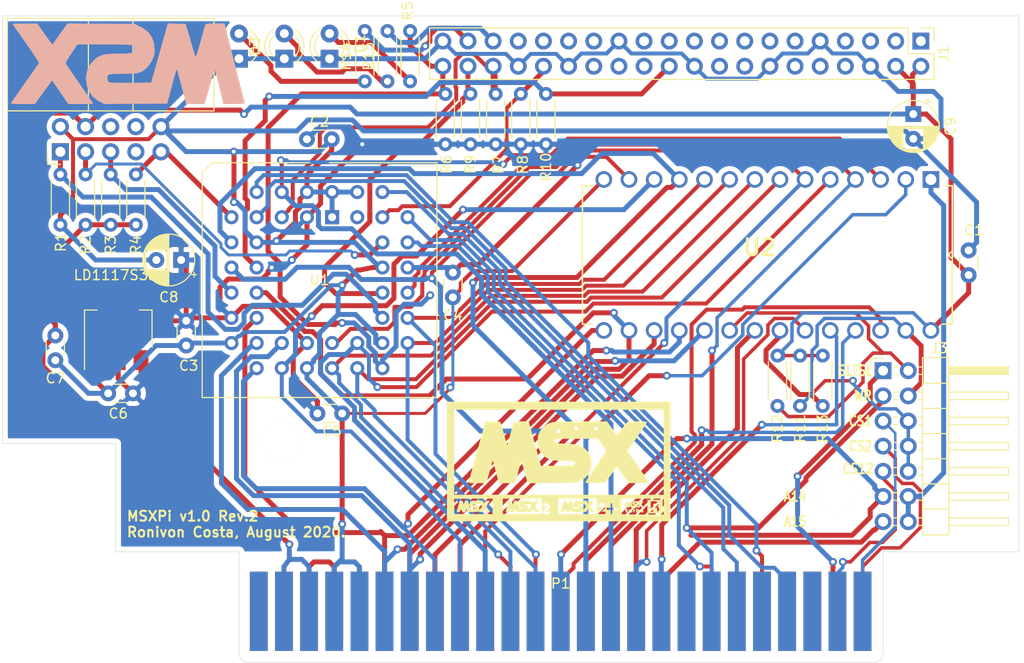
<source format=kicad_pcb>
(kicad_pcb (version 20171130) (host pcbnew "(5.1.5)-3")
  (layers (0 F.Cu signal) (31 B.Cu signal) (34 B.Paste user) (35 F.Paste user) (36 B.SilkS user) (37 F.SilkS user) (38 B.Mask user) (39 F.Mask user) (44 Edge.Cuts user))
  (net 0 "")
  (net 1 +5V)
  (net 2 +3V3)
  (net 3 "Net-(D1-Pad2)")
  (net 4 "Net-(J1-Pad17)")
  (net 5 "Net-(J1-Pad1)")
  (net 6 TDI)
  (net 7 "Net-(J2-Pad8)")
  (net 8 "Net-(J2-Pad7)")
  (net 9 "Net-(J2-Pad6)")
  (net 10 TMS)
  (net 11 TDO)
  (net 12 TCK)
  (net 13 "Net-(P1-Pad50)")
  (net 14 "Net-(P1-Pad49)")
  (net 15 "Net-(P1-Pad48)")
  (net 16 "Net-(P1-Pad44)")
  (net 17 "Net-(P1-Pad42)")
  (net 18 "Net-(P1-Pad16)")
  (net 19 "Net-(P1-Pad15)")
  (net 20 "Net-(P1-Pad5)")
  (net 21 "Net-(U1-Pad43)")
  (net 22 A4)
  (net 23 A5)
  (net 24 A2)
  (net 25 A3)
  (net 26 A0)
  (net 27 A1)
  (net 28 A6)
  (net 29 A7)
  (net 30 A14)
  (net 31 D0)
  (net 32 D7)
  (net 33 D4)
  (net 34 D5)
  (net 35 D2)
  (net 36 D3)
  (net 37 D1)
  (net 38 GNDREF)
  (net 39 RD)
  (net 40 IORQ)
  (net 41 "Net-(P1-Pad9)")
  (net 42 WAIT)
  (net 43 SPI_CS)
  (net 44 SPI_SCLK)
  (net 45 SPI_MOSI)
  (net 46 SPI_MISO)
  (net 47 SPI_RDY)
  (net 48 D6)
  (net 49 A13)
  (net 50 A8)
  (net 51 A12)
  (net 52 A10)
  (net 53 A11)
  (net 54 A15)
  (net 55 A9)
  (net 56 WR)
  (net 57 BUSDIR)
  (net 58 "Net-(P1-Pad8)")
  (net 59 "Net-(P1-Pad6)")
  (net 60 SLTSL)
  (net 61 ROM_A14)
  (net 62 "Net-(P1-Pad12)")
  (net 63 CS12)
  (net 64 CS2)
  (net 65 CS1)
  (net 66 "Net-(J1-Pad33)")
  (net 67 "Net-(J1-Pad31)")
  (net 68 "Net-(J1-Pad29)")
  (net 69 "Net-(J1-Pad28)")
  (net 70 "Net-(J1-Pad27)")
  (net 71 "Net-(J1-Pad26)")
  (net 72 "Net-(J1-Pad24)")
  (net 73 "Net-(J1-Pad23)")
  (net 74 "Net-(J1-Pad21)")
  (net 75 "Net-(J1-Pad19)")
  (net 76 "Net-(J1-Pad18)")
  (net 77 "Net-(J1-Pad16)")
  (net 78 "Net-(J1-Pad15)")
  (net 79 "Net-(J1-Pad13)")
  (net 80 "Net-(J1-Pad12)")
  (net 81 "Net-(J1-Pad11)")
  (net 82 "Net-(J1-Pad10)")
  (net 83 "Net-(J1-Pad8)")
  (net 84 "Net-(J1-Pad7)")
  (net 85 "Net-(J1-Pad5)")
  (net 86 "Net-(J1-Pad3)")
  (net 87 mem_ce)
  (net 88 mem_we)
  (net 89 mem_oe)
  (net 90 "Net-(D2-Pad2)")
  (net 91 "Net-(D3-Pad2)")
  (net 92 RPI_ON)
  (net 93 RPI_BUSY)
  (module Resistor_THT:R_Axial_DIN0204_L3.6mm_D1.6mm_P5.08mm_Horizontal (layer F.Cu) (at 133.604 74.168 90)
    (fp_text reference R15 (at 2.54 -1.92 90) (layer F.SilkS))
    (fp_text value 270R)
    (pad 2 thru_hole oval (at 5.08 0 90) (size 1.4 1.4) (drill 0.7) (layers *.Cu *.Mask) (net 93 RPI_BUSY))
    (pad 1 thru_hole circle (at 0 0 90) (size 1.4 1.4) (drill 0.7) (layers *.Cu *.Mask) (net 91 "Net-(D3-Pad2)"))
  )
  (module Resistor_THT:R_Axial_DIN0204_L3.6mm_D1.6mm_P5.08mm_Horizontal (layer F.Cu) (at 131.318 74.168 90)
    (fp_text reference R14 (at 2.54 -1.92 90) (layer F.SilkS))
    (fp_text value 270R)
    (pad 2 thru_hole oval (at 5.08 0 90) (size 1.4 1.4) (drill 0.7) (layers *.Cu *.Mask) (net 92 RPI_ON))
    (pad 1 thru_hole circle (at 0 0 90) (size 1.4 1.4) (drill 0.7) (layers *.Cu *.Mask) (net 90 "Net-(D2-Pad2)"))
  )
  (module LED_THT:LED_D3.0mm (layer F.Cu) (at 123.19 71.882 90)
    (fp_text reference D3 (at 1.27 -2.96 90) (layer F.SilkS))
    (fp_text value LED)
    (pad 2 thru_hole circle (at 2.54 0 90) (size 1.8 1.8) (drill 0.9) (layers *.Cu *.Mask) (net 91 "Net-(D3-Pad2)"))
    (pad 1 thru_hole rect (at 0 0 90) (size 1.8 1.8) (drill 0.9) (layers *.Cu *.Mask) (net 38 GNDREF))
  )
  (module LED_THT:LED_D3.0mm (layer F.Cu) (at 118.618 71.882 90)
    (fp_text reference D2 (at 1.27 -2.96 90) (layer F.SilkS))
    (fp_text value LED)
    (pad 2 thru_hole circle (at 2.54 0 90) (size 1.8 1.8) (drill 0.9) (layers *.Cu *.Mask) (net 90 "Net-(D2-Pad2)"))
    (pad 1 thru_hole rect (at 0 0 90) (size 1.8 1.8) (drill 0.9) (layers *.Cu *.Mask) (net 38 GNDREF))
  )
  (module MyFootprints:card_edge_connector (layer F.Cu) (at 149.833456 124.523389)
    (fp_text reference P1 (at 1.25984 0.33744) (layer F.SilkS))
    (fp_text value MSX_CONNECTOR)
    (pad "" np_thru_hole circle (at -26.87574 -13.97) (size 4 4) (drill 4) (layers *.Cu *.Mask F.SilkS) (clearance 1))
    (pad 50 connect rect (at -29.22016 3.14744) (size 1.8 8) (layers F.Cu F.Mask) (net 13 "Net-(P1-Pad50)"))
    (pad 49 connect rect (at -29.22016 3.14744) (size 1.8 8) (layers B.Cu B.Mask) (net 14 "Net-(P1-Pad49)"))
    (pad 48 connect rect (at -26.68016 3.14744) (size 1.8 8) (layers F.Cu F.Mask) (net 15 "Net-(P1-Pad48)"))
    (pad 47 connect rect (at -26.68016 3.14744) (size 1.8 8) (layers B.Cu B.Mask) (net 1 +5V))
    (pad 46 connect rect (at -24.14016 3.14744) (size 1.8 8) (layers F.Cu F.Mask) (net 16 "Net-(P1-Pad44)"))
    (pad 45 connect rect (at -24.14016 3.14744) (size 1.8 8) (layers B.Cu B.Mask) (net 1 +5V))
    (pad 44 connect rect (at -21.60524 2.65468) (size 1.8 7) (layers F.Cu F.Mask) (net 16 "Net-(P1-Pad44)"))
    (pad 43 connect rect (at -21.60016 3.14744) (size 1.8 8) (layers B.Cu B.Mask) (net 38 GNDREF))
    (pad 42 connect rect (at -19.06016 3.14744) (size 1.8 8) (layers F.Cu F.Mask) (net 17 "Net-(P1-Pad42)"))
    (pad 41 connect rect (at -19.06016 3.14744) (size 1.8 8) (layers B.Cu B.Mask) (net 38 GNDREF))
    (pad 40 connect rect (at -16.52016 3.14744) (size 1.8 8) (layers F.Cu F.Mask) (net 48 D6))
    (pad 39 connect rect (at -16.52016 3.14744) (size 1.8 8) (layers B.Cu B.Mask) (net 32 D7))
    (pad 38 connect rect (at -13.98016 3.14744) (size 1.8 8) (layers F.Cu F.Mask) (net 33 D4))
    (pad 37 connect rect (at -13.98016 3.14744) (size 1.8 8) (layers B.Cu B.Mask) (net 34 D5))
    (pad 36 connect rect (at -11.44016 3.14744) (size 1.8 8) (layers F.Cu F.Mask) (net 35 D2))
    (pad 35 connect rect (at -11.44016 3.14744) (size 1.8 8) (layers B.Cu B.Mask) (net 36 D3))
    (pad 34 connect rect (at -8.90016 3.14744) (size 1.8 8) (layers F.Cu F.Mask) (net 31 D0))
    (pad 33 connect rect (at -8.90016 3.14744) (size 1.8 8) (layers B.Cu B.Mask) (net 37 D1))
    (pad 32 connect rect (at -6.36016 3.14744) (size 1.8 8) (layers F.Cu F.Mask) (net 22 A4))
    (pad 31 connect rect (at -6.36016 3.14744) (size 1.8 8) (layers B.Cu B.Mask) (net 23 A5))
    (pad 30 connect rect (at -3.82016 3.14744) (size 1.8 8) (layers F.Cu F.Mask) (net 24 A2))
    (pad 29 connect rect (at -3.82016 3.14744) (size 1.8 8) (layers B.Cu B.Mask) (net 25 A3))
    (pad 28 connect rect (at -1.28016 3.14744) (size 1.8 8) (layers F.Cu F.Mask) (net 26 A0))
    (pad 27 connect rect (at -1.28016 3.14744) (size 1.8 8) (layers B.Cu B.Mask) (net 27 A1))
    (pad 26 connect rect (at 1.25984 3.14744) (size 1.8 8) (layers F.Cu F.Mask) (net 49 A13))
    (pad 25 connect rect (at 1.25984 3.14744) (size 1.8 8) (layers B.Cu B.Mask) (net 30 A14))
    (pad 24 connect rect (at 3.79984 3.14744) (size 1.8 8) (layers F.Cu F.Mask) (net 50 A8))
    (pad 23 connect rect (at 3.79984 3.14744) (size 1.8 8) (layers B.Cu B.Mask) (net 51 A12))
    (pad 22 connect rect (at 6.33984 3.14744) (size 1.8 8) (layers F.Cu F.Mask) (net 28 A6))
    (pad 21 connect rect (at 6.33984 3.14744) (size 1.8 8) (layers B.Cu B.Mask) (net 29 A7))
    (pad 20 connect rect (at 8.87984 3.14744) (size 1.8 8) (layers F.Cu F.Mask) (net 52 A10))
    (pad 19 connect rect (at 8.87984 3.14744) (size 1.8 8) (layers B.Cu B.Mask) (net 53 A11))
    (pad 18 connect rect (at 11.41984 3.14744) (size 1.8 8) (layers F.Cu F.Mask) (net 54 A15))
    (pad 17 connect rect (at 11.41984 3.14744) (size 1.8 8) (layers B.Cu B.Mask) (net 55 A9))
    (pad 16 connect rect (at 13.95984 3.14744) (size 1.8 8) (layers F.Cu F.Mask) (net 18 "Net-(P1-Pad16)"))
    (pad 15 connect rect (at 13.95984 3.14744) (size 1.8 8) (layers B.Cu B.Mask) (net 19 "Net-(P1-Pad15)"))
    (pad 14 connect rect (at 16.49984 3.14744) (size 1.8 8) (layers F.Cu F.Mask) (net 39 RD))
    (pad 13 connect rect (at 16.49984 3.14744) (size 1.8 8) (layers B.Cu B.Mask) (net 56 WR))
    (pad 12 connect rect (at 19.03984 3.14744) (size 1.8 8) (layers F.Cu F.Mask) (net 62 "Net-(P1-Pad12)"))
    (pad 11 connect rect (at 19.03984 3.14744) (size 1.8 8) (layers B.Cu B.Mask) (net 40 IORQ))
    (pad 10 connect rect (at 21.57984 3.14744) (size 1.8 8) (layers F.Cu F.Mask) (net 57 BUSDIR))
    (pad 9 connect rect (at 21.57984 3.14744) (size 1.8 8) (layers B.Cu B.Mask) (net 41 "Net-(P1-Pad9)"))
    (pad 8 connect rect (at 24.11984 3.14744) (size 1.8 8) (layers F.Cu F.Mask) (net 58 "Net-(P1-Pad8)"))
    (pad 7 connect rect (at 24.11984 3.14744) (size 1.8 8) (layers B.Cu B.Mask) (net 42 WAIT))
    (pad 6 connect rect (at 26.65984 3.14744) (size 1.8 8) (layers F.Cu F.Mask) (net 59 "Net-(P1-Pad6)"))
    (pad 5 connect rect (at 26.65984 3.14744) (size 1.8 8) (layers B.Cu B.Mask) (net 20 "Net-(P1-Pad5)"))
    (pad 4 connect rect (at 29.19984 3.14744) (size 1.8 8) (layers F.Cu F.Mask) (net 60 SLTSL))
    (pad 3 connect rect (at 29.19984 3.14744) (size 1.8 8) (layers B.Cu B.Mask) (net 63 CS12))
    (pad 2 connect rect (at 31.73984 3.14744) (size 1.8 8) (layers F.Cu F.Mask) (net 64 CS2))
    (pad 1 connect rect (at 31.73984 3.14744) (size 1.8 8) (layers B.Cu B.Mask) (net 65 CS1))
    (pad "" np_thru_hole circle (at 29.12364 -8.78256) (size 4 4) (drill 4) (layers *.Cu *.Mask F.SilkS) (clearance 1))
  )
  (module MyFootprints:DIP254P1524X482-28 (layer F.Cu) (at 155.448 99.314 270)
    (fp_text reference U2 (at -8.382 -15.748 180) (layer F.SilkS) (effects (font (size 1.64163 1.64163) (thickness 0.3))))
    (fp_text value AT28C256-15PU)
    (pad 28 thru_hole circle (at 0 -33.02 270) (size 1.6764 1.6764) (drill 1.1176) (layers *.Cu *.Mask) (net 1 +5V))
    (pad 27 thru_hole circle (at 0 -30.48 270) (size 1.6764 1.6764) (drill 1.1176) (layers *.Cu *.Mask) (net 88 mem_we))
    (pad 26 thru_hole circle (at 0 -27.94 270) (size 1.6764 1.6764) (drill 1.1176) (layers *.Cu *.Mask) (net 49 A13))
    (pad 25 thru_hole circle (at 0 -25.4 270) (size 1.6764 1.6764) (drill 1.1176) (layers *.Cu *.Mask) (net 50 A8))
    (pad 24 thru_hole circle (at 0 -22.86 270) (size 1.6764 1.6764) (drill 1.1176) (layers *.Cu *.Mask) (net 55 A9))
    (pad 23 thru_hole circle (at 0 -20.32 270) (size 1.6764 1.6764) (drill 1.1176) (layers *.Cu *.Mask) (net 53 A11))
    (pad 22 thru_hole circle (at 0 -17.78 270) (size 1.6764 1.6764) (drill 1.1176) (layers *.Cu *.Mask) (net 89 mem_oe))
    (pad 21 thru_hole circle (at 0 -15.24 270) (size 1.6764 1.6764) (drill 1.1176) (layers *.Cu *.Mask) (net 52 A10))
    (pad 20 thru_hole circle (at 0 -12.7 270) (size 1.6764 1.6764) (drill 1.1176) (layers *.Cu *.Mask) (net 87 mem_ce))
    (pad 19 thru_hole circle (at 0 -10.16 270) (size 1.6764 1.6764) (drill 1.1176) (layers *.Cu *.Mask) (net 32 D7))
    (pad 18 thru_hole circle (at 0 -7.62 270) (size 1.6764 1.6764) (drill 1.1176) (layers *.Cu *.Mask) (net 48 D6))
    (pad 17 thru_hole circle (at 0 -5.08 270) (size 1.6764 1.6764) (drill 1.1176) (layers *.Cu *.Mask) (net 34 D5))
    (pad 16 thru_hole circle (at 0 -2.54 270) (size 1.6764 1.6764) (drill 1.1176) (layers *.Cu *.Mask) (net 33 D4))
    (pad 15 thru_hole circle (at 0 0 270) (size 1.6764 1.6764) (drill 1.1176) (layers *.Cu *.Mask) (net 36 D3))
    (pad 14 thru_hole circle (at -15.24 0 270) (size 1.6764 1.6764) (drill 1.1176) (layers *.Cu *.Mask) (net 38 GNDREF))
    (pad 13 thru_hole circle (at -15.24 -2.54 270) (size 1.6764 1.6764) (drill 1.1176) (layers *.Cu *.Mask) (net 35 D2))
    (pad 12 thru_hole circle (at -15.24 -5.08 270) (size 1.6764 1.6764) (drill 1.1176) (layers *.Cu *.Mask) (net 37 D1))
    (pad 11 thru_hole circle (at -15.24 -7.62 270) (size 1.6764 1.6764) (drill 1.1176) (layers *.Cu *.Mask) (net 31 D0))
    (pad 10 thru_hole circle (at -15.24 -10.16 270) (size 1.6764 1.6764) (drill 1.1176) (layers *.Cu *.Mask) (net 26 A0))
    (pad 9 thru_hole circle (at -15.24 -12.7 270) (size 1.6764 1.6764) (drill 1.1176) (layers *.Cu *.Mask) (net 27 A1))
    (pad 8 thru_hole circle (at -15.24 -15.24 270) (size 1.6764 1.6764) (drill 1.1176) (layers *.Cu *.Mask) (net 24 A2))
    (pad 7 thru_hole circle (at -15.24 -17.78 270) (size 1.6764 1.6764) (drill 1.1176) (layers *.Cu *.Mask) (net 25 A3))
    (pad 6 thru_hole circle (at -15.24 -20.32 270) (size 1.6764 1.6764) (drill 1.1176) (layers *.Cu *.Mask) (net 22 A4))
    (pad 5 thru_hole circle (at -15.24 -22.86 270) (size 1.6764 1.6764) (drill 1.1176) (layers *.Cu *.Mask) (net 23 A5))
    (pad 4 thru_hole circle (at -15.24 -25.4 270) (size 1.6764 1.6764) (drill 1.1176) (layers *.Cu *.Mask) (net 28 A6))
    (pad 3 thru_hole circle (at -15.24 -27.94 270) (size 1.6764 1.6764) (drill 1.1176) (layers *.Cu *.Mask) (net 29 A7))
    (pad 2 thru_hole circle (at -15.24 -30.48 270) (size 1.6764 1.6764) (drill 1.1176) (layers *.Cu *.Mask) (net 51 A12))
    (pad 1 thru_hole rect (at -15.24 -33.02 270) (size 1.6764 1.6764) (drill 1.1176) (layers *.Cu *.Mask) (net 61 ROM_A14))
  )
  (module Resistor_THT:R_Axial_DIN0204_L3.6mm_D1.6mm_P5.08mm_Horizontal (layer F.Cu) (at 177.546 106.934 90)
    (fp_text reference R13 (at -2.286 0 90) (layer F.SilkS))
    (fp_text value 10k)
    (pad 2 thru_hole oval (at 5.08 0 90) (size 1.4 1.4) (drill 0.7) (layers *.Cu *.Mask) (net 1 +5V))
    (pad 1 thru_hole circle (at 0 0 90) (size 1.4 1.4) (drill 0.7) (layers *.Cu *.Mask) (net 89 mem_oe))
  )
  (module Resistor_THT:R_Axial_DIN0204_L3.6mm_D1.6mm_P5.08mm_Horizontal (layer F.Cu) (at 172.974 106.934 90)
    (fp_text reference R12 (at -2.286 0 90) (layer F.SilkS))
    (fp_text value 10k)
    (pad 2 thru_hole oval (at 5.08 0 90) (size 1.4 1.4) (drill 0.7) (layers *.Cu *.Mask) (net 1 +5V))
    (pad 1 thru_hole circle (at 0 0 90) (size 1.4 1.4) (drill 0.7) (layers *.Cu *.Mask) (net 87 mem_ce))
  )
  (module Resistor_THT:R_Axial_DIN0204_L3.6mm_D1.6mm_P5.08mm_Horizontal (layer F.Cu) (at 175.26 106.934 90)
    (fp_text reference R11 (at -2.286 0 90) (layer F.SilkS))
    (fp_text value 10k)
    (pad 2 thru_hole oval (at 5.08 0 90) (size 1.4 1.4) (drill 0.7) (layers *.Cu *.Mask) (net 1 +5V))
    (pad 1 thru_hole circle (at 0 0 90) (size 1.4 1.4) (drill 0.7) (layers *.Cu *.Mask) (net 88 mem_we))
  )
  (module Connector_PinHeader_2.54mm:PinHeader_2x07_P2.54mm_Horizontal (layer F.Cu) (at 183.642 103.378)
    (fp_text reference J3 (at 5.655 -2.27) (layer F.SilkS))
    (fp_text value Conn_02x07_Odd_Even)
    (pad 14 thru_hole oval (at 2.54 15.24) (size 1.7 1.7) (drill 1) (layers *.Cu *.Mask) (net 61 ROM_A14))
    (pad 13 thru_hole oval (at 0 15.24) (size 1.7 1.7) (drill 1) (layers *.Cu *.Mask) (net 54 A15))
    (pad 12 thru_hole oval (at 2.54 12.7) (size 1.7 1.7) (drill 1) (layers *.Cu *.Mask) (net 61 ROM_A14))
    (pad 11 thru_hole oval (at 0 12.7) (size 1.7 1.7) (drill 1) (layers *.Cu *.Mask) (net 30 A14))
    (pad 10 thru_hole oval (at 2.54 10.16) (size 1.7 1.7) (drill 1) (layers *.Cu *.Mask) (net 89 mem_oe))
    (pad 9 thru_hole oval (at 0 10.16) (size 1.7 1.7) (drill 1) (layers *.Cu *.Mask) (net 63 CS12))
    (pad 8 thru_hole oval (at 2.54 7.62) (size 1.7 1.7) (drill 1) (layers *.Cu *.Mask) (net 89 mem_oe))
    (pad 7 thru_hole oval (at 0 7.62) (size 1.7 1.7) (drill 1) (layers *.Cu *.Mask) (net 64 CS2))
    (pad 6 thru_hole oval (at 2.54 5.08) (size 1.7 1.7) (drill 1) (layers *.Cu *.Mask) (net 89 mem_oe))
    (pad 5 thru_hole oval (at 0 5.08) (size 1.7 1.7) (drill 1) (layers *.Cu *.Mask) (net 65 CS1))
    (pad 4 thru_hole oval (at 2.54 2.54) (size 1.7 1.7) (drill 1) (layers *.Cu *.Mask) (net 88 mem_we))
    (pad 3 thru_hole oval (at 0 2.54) (size 1.7 1.7) (drill 1) (layers *.Cu *.Mask) (net 56 WR))
    (pad 2 thru_hole oval (at 2.54 0) (size 1.7 1.7) (drill 1) (layers *.Cu *.Mask) (net 87 mem_ce))
    (pad 1 thru_hole rect (at 0 0) (size 1.7 1.7) (drill 1) (layers *.Cu *.Mask) (net 60 SLTSL))
  )
  (module MyFootprints:msx-logo (layer B.Cu) (at 107.442 72.39 180)
    (fp_text reference G*** hide)
    (fp_text value LOGO hide)
  )
  (module MyFootprints:msx_msx2_msx+logo (layer F.Cu) (at 150.876 112.522)
    (fp_text reference G*** hide)
    (fp_text value LOGO hide)
  )
  (module Resistor_THT:R_Axial_DIN0204_L3.6mm_D1.6mm_P5.08mm_Horizontal (layer F.Cu) (at 108.204 83.566 270)
    (fp_text reference R4 (at 7.112 0 90) (layer F.SilkS))
    (fp_text value 1k)
    (pad 2 thru_hole oval (at 5.08 0 270) (size 1.4 1.4) (drill 0.7) (layers *.Cu *.Mask) (net 1 +5V))
    (pad 1 thru_hole circle (at 0 0 270) (size 1.4 1.4) (drill 0.7) (layers *.Cu *.Mask) (net 6 TDI))
  )
  (module MyFootprints:PLCC-44_THT-Socket (layer F.Cu) (at 128.016 87.884)
    (fp_text reference U1 (at -1.27 6.344) (layer F.SilkS))
    (fp_text value EPM3064ALC44-10)
    (pad 39 thru_hole circle (at 7.62 0) (size 1.4224 1.4224) (drill 0.8) (layers *.Cu *.Mask) (net 56 WR))
    (pad 37 thru_hole circle (at 7.62 2.54) (size 1.4224 1.4224) (drill 0.8) (layers *.Cu *.Mask) (net 39 RD))
    (pad 35 thru_hole circle (at 7.62 5.08) (size 1.4224 1.4224) (drill 0.8) (layers *.Cu *.Mask) (net 2 +3V3))
    (pad 33 thru_hole circle (at 7.62 7.62) (size 1.4224 1.4224) (drill 0.8) (layers *.Cu *.Mask) (net 28 A6))
    (pad 31 thru_hole circle (at 7.62 10.16) (size 1.4224 1.4224) (drill 0.8) (layers *.Cu *.Mask) (net 26 A0))
    (pad 40 thru_hole circle (at 5.08 -2.54) (size 1.4224 1.4224) (drill 0.8) (layers *.Cu *.Mask) (net 40 IORQ))
    (pad 38 thru_hole circle (at 5.08 2.54) (size 1.4224 1.4224) (drill 0.8) (layers *.Cu *.Mask) (net 11 TDO))
    (pad 36 thru_hole circle (at 5.08 5.08) (size 1.4224 1.4224) (drill 0.8) (layers *.Cu *.Mask) (net 38 GNDREF))
    (pad 34 thru_hole circle (at 5.08 7.62) (size 1.4224 1.4224) (drill 0.8) (layers *.Cu *.Mask) (net 44 SPI_SCLK))
    (pad 32 thru_hole circle (at 5.08 10.16) (size 1.4224 1.4224) (drill 0.8) (layers *.Cu *.Mask) (net 12 TCK))
    (pad 30 thru_hole circle (at 5.08 12.7) (size 1.4224 1.4224) (drill 0.8) (layers *.Cu *.Mask) (net 38 GNDREF))
    (pad 28 thru_hole circle (at 5.08 15.24) (size 1.4224 1.4224) (drill 0.8) (layers *.Cu *.Mask) (net 43 SPI_CS))
    (pad 26 thru_hole circle (at 2.54 15.24) (size 1.4224 1.4224) (drill 0.8) (layers *.Cu *.Mask) (net 25 A3))
    (pad 24 thru_hole circle (at 0 15.24) (size 1.4224 1.4224) (drill 0.8) (layers *.Cu *.Mask) (net 24 A2))
    (pad 22 thru_hole circle (at -2.54 15.24) (size 1.4224 1.4224) (drill 0.8) (layers *.Cu *.Mask) (net 38 GNDREF))
    (pad 20 thru_hole circle (at -5.08 15.24) (size 1.4224 1.4224) (drill 0.8) (layers *.Cu *.Mask) (net 37 D1))
    (pad 18 thru_hole circle (at -7.62 15.24) (size 1.4224 1.4224) (drill 0.8) (layers *.Cu *.Mask) (net 36 D3))
    (pad 29 thru_hole circle (at 7.62 12.7) (size 1.4224 1.4224) (drill 0.8) (layers *.Cu *.Mask) (net 27 A1))
    (pad 27 thru_hole circle (at 2.54 12.7) (size 1.4224 1.4224) (drill 0.8) (layers *.Cu *.Mask) (net 23 A5))
    (pad 25 thru_hole circle (at 0 12.7) (size 1.4224 1.4224) (drill 0.8) (layers *.Cu *.Mask) (net 22 A4))
    (pad 23 thru_hole circle (at -2.54 12.7) (size 1.4224 1.4224) (drill 0.8) (layers *.Cu *.Mask) (net 2 +3V3))
    (pad 21 thru_hole circle (at -5.08 12.7) (size 1.4224 1.4224) (drill 0.8) (layers *.Cu *.Mask) (net 34 D5))
    (pad 19 thru_hole circle (at -7.62 12.7) (size 1.4224 1.4224) (drill 0.8) (layers *.Cu *.Mask) (net 32 D7))
    (pad 17 thru_hole circle (at -10.16 12.7) (size 1.4224 1.4224) (drill 0.8) (layers *.Cu *.Mask) (net 38 GNDREF))
    (pad 15 thru_hole circle (at -10.16 10.16) (size 1.4224 1.4224) (drill 0.8) (layers *.Cu *.Mask) (net 2 +3V3))
    (pad 13 thru_hole circle (at -10.16 7.62) (size 1.4224 1.4224) (drill 0.8) (layers *.Cu *.Mask) (net 10 TMS))
    (pad 11 thru_hole circle (at -10.16 5.08) (size 1.4224 1.4224) (drill 0.8) (layers *.Cu *.Mask) (net 35 D2))
    (pad 9 thru_hole circle (at -10.16 2.54) (size 1.4224 1.4224) (drill 0.8) (layers *.Cu *.Mask) (net 31 D0))
    (pad 7 thru_hole circle (at -10.16 0) (size 1.4224 1.4224) (drill 0.8) (layers *.Cu *.Mask) (net 6 TDI))
    (pad 16 thru_hole circle (at -7.62 10.16) (size 1.4224 1.4224) (drill 0.8) (layers *.Cu *.Mask) (net 48 D6))
    (pad 14 thru_hole circle (at -7.62 7.62) (size 1.4224 1.4224) (drill 0.8) (layers *.Cu *.Mask) (net 33 D4))
    (pad 12 thru_hole circle (at -7.62 5.08) (size 1.4224 1.4224) (drill 0.8) (layers *.Cu *.Mask) (net 47 SPI_RDY))
    (pad 10 thru_hole circle (at -7.62 2.54) (size 1.4224 1.4224) (drill 0.8) (layers *.Cu *.Mask) (net 38 GNDREF))
    (pad 8 thru_hole circle (at -7.62 0) (size 1.4224 1.4224) (drill 0.8) (layers *.Cu *.Mask) (net 42 WAIT))
    (pad 42 thru_hole circle (at 2.54 -2.54) (size 1.4224 1.4224) (drill 0.8) (layers *.Cu *.Mask) (net 38 GNDREF))
    (pad 44 thru_hole circle (at 0 -2.54) (size 1.4224 1.4224) (drill 0.8) (layers *.Cu *.Mask) (net 38 GNDREF))
    (pad 6 thru_hole circle (at -7.62 -2.54) (size 1.4224 1.4224) (drill 0.8) (layers *.Cu *.Mask) (net 57 BUSDIR))
    (pad 4 thru_hole circle (at -5.08 -2.54) (size 1.4224 1.4224) (drill 0.8) (layers *.Cu *.Mask) (net 29 A7))
    (pad 2 thru_hole circle (at -2.54 -2.54) (size 1.4224 1.4224) (drill 0.8) (layers *.Cu *.Mask) (net 38 GNDREF))
    (pad 41 thru_hole circle (at 5.08 0) (size 1.4224 1.4224) (drill 0.8) (layers *.Cu *.Mask) (net 46 SPI_MISO))
    (pad 43 thru_hole circle (at 2.54 0) (size 1.4224 1.4224) (drill 0.8) (layers *.Cu *.Mask) (net 21 "Net-(U1-Pad43)"))
    (pad 5 thru_hole circle (at -5.08 0) (size 1.4224 1.4224) (drill 0.8) (layers *.Cu *.Mask) (net 45 SPI_MOSI))
    (pad 3 thru_hole circle (at -2.54 0) (size 1.4224 1.4224) (drill 0.8) (layers *.Cu *.Mask) (net 2 +3V3))
    (pad 1 thru_hole rect (at 0 0) (size 1.4224 1.4224) (drill 0.8) (layers *.Cu *.Mask) (net 38 GNDREF))
  )
  (module Connector_PinHeader_2.54mm:PinHeader_2x20_P2.54mm_Vertical (layer F.Cu) (at 187.452 70.104 270)
    (fp_text reference J1 (at 1.27 -2.33 90) (layer F.SilkS))
    (fp_text value Raspberry_Pi_Zero_2_3)
    (pad 40 thru_hole oval (at 2.54 48.26 270) (size 1.7 1.7) (drill 1) (layers *.Cu *.Mask) (net 43 SPI_CS))
    (pad 39 thru_hole oval (at 0 48.26 270) (size 1.7 1.7) (drill 1) (layers *.Cu *.Mask) (net 38 GNDREF))
    (pad 38 thru_hole oval (at 2.54 45.72 270) (size 1.7 1.7) (drill 1) (layers *.Cu *.Mask) (net 44 SPI_SCLK))
    (pad 37 thru_hole oval (at 0 45.72 270) (size 1.7 1.7) (drill 1) (layers *.Cu *.Mask) (net 92 RPI_ON))
    (pad 36 thru_hole oval (at 2.54 43.18 270) (size 1.7 1.7) (drill 1) (layers *.Cu *.Mask) (net 45 SPI_MOSI))
    (pad 35 thru_hole oval (at 0 43.18 270) (size 1.7 1.7) (drill 1) (layers *.Cu *.Mask) (net 93 RPI_BUSY))
    (pad 34 thru_hole oval (at 2.54 40.64 270) (size 1.7 1.7) (drill 1) (layers *.Cu *.Mask) (net 38 GNDREF))
    (pad 33 thru_hole oval (at 0 40.64 270) (size 1.7 1.7) (drill 1) (layers *.Cu *.Mask) (net 66 "Net-(J1-Pad33)"))
    (pad 32 thru_hole oval (at 2.54 38.1 270) (size 1.7 1.7) (drill 1) (layers *.Cu *.Mask) (net 46 SPI_MISO))
    (pad 31 thru_hole oval (at 0 38.1 270) (size 1.7 1.7) (drill 1) (layers *.Cu *.Mask) (net 67 "Net-(J1-Pad31)"))
    (pad 30 thru_hole oval (at 2.54 35.56 270) (size 1.7 1.7) (drill 1) (layers *.Cu *.Mask) (net 38 GNDREF))
    (pad 29 thru_hole oval (at 0 35.56 270) (size 1.7 1.7) (drill 1) (layers *.Cu *.Mask) (net 68 "Net-(J1-Pad29)"))
    (pad 28 thru_hole oval (at 2.54 33.02 270) (size 1.7 1.7) (drill 1) (layers *.Cu *.Mask) (net 69 "Net-(J1-Pad28)"))
    (pad 27 thru_hole oval (at 0 33.02 270) (size 1.7 1.7) (drill 1) (layers *.Cu *.Mask) (net 70 "Net-(J1-Pad27)"))
    (pad 26 thru_hole oval (at 2.54 30.48 270) (size 1.7 1.7) (drill 1) (layers *.Cu *.Mask) (net 71 "Net-(J1-Pad26)"))
    (pad 25 thru_hole oval (at 0 30.48 270) (size 1.7 1.7) (drill 1) (layers *.Cu *.Mask) (net 38 GNDREF))
    (pad 24 thru_hole oval (at 2.54 27.94 270) (size 1.7 1.7) (drill 1) (layers *.Cu *.Mask) (net 72 "Net-(J1-Pad24)"))
    (pad 23 thru_hole oval (at 0 27.94 270) (size 1.7 1.7) (drill 1) (layers *.Cu *.Mask) (net 73 "Net-(J1-Pad23)"))
    (pad 22 thru_hole oval (at 2.54 25.4 270) (size 1.7 1.7) (drill 1) (layers *.Cu *.Mask) (net 47 SPI_RDY))
    (pad 21 thru_hole oval (at 0 25.4 270) (size 1.7 1.7) (drill 1) (layers *.Cu *.Mask) (net 74 "Net-(J1-Pad21)"))
    (pad 20 thru_hole oval (at 2.54 22.86 270) (size 1.7 1.7) (drill 1) (layers *.Cu *.Mask) (net 38 GNDREF))
    (pad 19 thru_hole oval (at 0 22.86 270) (size 1.7 1.7) (drill 1) (layers *.Cu *.Mask) (net 75 "Net-(J1-Pad19)"))
    (pad 18 thru_hole oval (at 2.54 20.32 270) (size 1.7 1.7) (drill 1) (layers *.Cu *.Mask) (net 76 "Net-(J1-Pad18)"))
    (pad 17 thru_hole oval (at 0 20.32 270) (size 1.7 1.7) (drill 1) (layers *.Cu *.Mask) (net 4 "Net-(J1-Pad17)"))
    (pad 16 thru_hole oval (at 2.54 17.78 270) (size 1.7 1.7) (drill 1) (layers *.Cu *.Mask) (net 77 "Net-(J1-Pad16)"))
    (pad 15 thru_hole oval (at 0 17.78 270) (size 1.7 1.7) (drill 1) (layers *.Cu *.Mask) (net 78 "Net-(J1-Pad15)"))
    (pad 14 thru_hole oval (at 2.54 15.24 270) (size 1.7 1.7) (drill 1) (layers *.Cu *.Mask) (net 38 GNDREF))
    (pad 13 thru_hole oval (at 0 15.24 270) (size 1.7 1.7) (drill 1) (layers *.Cu *.Mask) (net 79 "Net-(J1-Pad13)"))
    (pad 12 thru_hole oval (at 2.54 12.7 270) (size 1.7 1.7) (drill 1) (layers *.Cu *.Mask) (net 80 "Net-(J1-Pad12)"))
    (pad 11 thru_hole oval (at 0 12.7 270) (size 1.7 1.7) (drill 1) (layers *.Cu *.Mask) (net 81 "Net-(J1-Pad11)"))
    (pad 10 thru_hole oval (at 2.54 10.16 270) (size 1.7 1.7) (drill 1) (layers *.Cu *.Mask) (net 82 "Net-(J1-Pad10)"))
    (pad 9 thru_hole oval (at 0 10.16 270) (size 1.7 1.7) (drill 1) (layers *.Cu *.Mask) (net 38 GNDREF))
    (pad 8 thru_hole oval (at 2.54 7.62 270) (size 1.7 1.7) (drill 1) (layers *.Cu *.Mask) (net 83 "Net-(J1-Pad8)"))
    (pad 7 thru_hole oval (at 0 7.62 270) (size 1.7 1.7) (drill 1) (layers *.Cu *.Mask) (net 84 "Net-(J1-Pad7)"))
    (pad 6 thru_hole oval (at 2.54 5.08 270) (size 1.7 1.7) (drill 1) (layers *.Cu *.Mask) (net 38 GNDREF))
    (pad 5 thru_hole oval (at 0 5.08 270) (size 1.7 1.7) (drill 1) (layers *.Cu *.Mask) (net 85 "Net-(J1-Pad5)"))
    (pad 4 thru_hole oval (at 2.54 2.54 270) (size 1.7 1.7) (drill 1) (layers *.Cu *.Mask) (net 1 +5V))
    (pad 3 thru_hole oval (at 0 2.54 270) (size 1.7 1.7) (drill 1) (layers *.Cu *.Mask) (net 86 "Net-(J1-Pad3)"))
    (pad 2 thru_hole oval (at 2.54 0 270) (size 1.7 1.7) (drill 1) (layers *.Cu *.Mask) (net 1 +5V))
    (pad 1 thru_hole rect (at 0 0 270) (size 1.7 1.7) (drill 1) (layers *.Cu *.Mask) (net 5 "Net-(J1-Pad1)"))
  )
  (module Connector_IDC:IDC-Header_2x05_P2.54mm_Horizontal (layer F.Cu) (at 100.584 81.28 90)
    (fp_text reference J2 (at 8.89 5.08 180) (layer F.SilkS))
    (fp_text value JTAG)
    (pad 10 thru_hole oval (at 2.54 10.16 90) (size 1.7272 1.7272) (drill 1.016) (layers *.Cu *.Mask) (net 38 GNDREF))
    (pad 9 thru_hole oval (at 0 10.16 90) (size 1.7272 1.7272) (drill 1.016) (layers *.Cu *.Mask) (net 6 TDI))
    (pad 8 thru_hole oval (at 2.54 7.62 90) (size 1.7272 1.7272) (drill 1.016) (layers *.Cu *.Mask) (net 7 "Net-(J2-Pad8)"))
    (pad 7 thru_hole oval (at 0 7.62 90) (size 1.7272 1.7272) (drill 1.016) (layers *.Cu *.Mask) (net 8 "Net-(J2-Pad7)"))
    (pad 6 thru_hole oval (at 2.54 5.08 90) (size 1.7272 1.7272) (drill 1.016) (layers *.Cu *.Mask) (net 9 "Net-(J2-Pad6)"))
    (pad 5 thru_hole oval (at 0 5.08 90) (size 1.7272 1.7272) (drill 1.016) (layers *.Cu *.Mask) (net 10 TMS))
    (pad 4 thru_hole oval (at 2.54 2.54 90) (size 1.7272 1.7272) (drill 1.016) (layers *.Cu *.Mask) (net 1 +5V))
    (pad 3 thru_hole oval (at 0 2.54 90) (size 1.7272 1.7272) (drill 1.016) (layers *.Cu *.Mask) (net 11 TDO))
    (pad 2 thru_hole oval (at 2.54 0 90) (size 1.7272 1.7272) (drill 1.016) (layers *.Cu *.Mask) (net 38 GNDREF))
    (pad 1 thru_hole rect (at 0 0 90) (size 1.7272 1.7272) (drill 1.016) (layers *.Cu *.Mask) (net 12 TCK))
  )
  (module Capacitor_THT:CP_Radial_D5.0mm_P2.50mm (layer F.Cu) (at 186.69 77.47 270)
    (fp_text reference C9 (at 1.25 -3.75 90) (layer F.SilkS))
    (fp_text value 100uF)
    (pad 2 thru_hole circle (at 2.5 0 270) (size 1.6 1.6) (drill 0.8) (layers *.Cu *.Mask) (net 38 GNDREF))
    (pad 1 thru_hole rect (at 0 0 270) (size 1.6 1.6) (drill 0.8) (layers *.Cu *.Mask) (net 1 +5V))
  )
  (module Capacitor_THT:CP_Radial_D5.0mm_P2.50mm (layer F.Cu) (at 112.776 92.202 180)
    (fp_text reference C8 (at 1.25 -3.75) (layer F.SilkS))
    (fp_text value 100uF)
    (pad 2 thru_hole circle (at 2.5 0 180) (size 1.6 1.6) (drill 0.8) (layers *.Cu *.Mask) (net 38 GNDREF))
    (pad 1 thru_hole rect (at 0 0 180) (size 1.6 1.6) (drill 0.8) (layers *.Cu *.Mask) (net 2 +3V3))
  )
  (module Resistor_THT:R_Axial_DIN0204_L3.6mm_D1.6mm_P5.08mm_Horizontal (layer F.Cu) (at 135.89 74.168 90)
    (fp_text reference R5 (at 7.112 -0.254 90) (layer F.SilkS))
    (fp_text value 270R)
    (pad 2 thru_hole oval (at 5.08 0 90) (size 1.4 1.4) (drill 0.7) (layers *.Cu *.Mask) (net 43 SPI_CS))
    (pad 1 thru_hole circle (at 0 0 90) (size 1.4 1.4) (drill 0.7) (layers *.Cu *.Mask) (net 3 "Net-(D1-Pad2)"))
  )
  (module Resistor_THT:R_Axial_DIN0204_L3.6mm_D1.6mm_P5.08mm_Horizontal (layer F.Cu) (at 105.664 83.566 270)
    (fp_text reference R3 (at 7.112 0 90) (layer F.SilkS))
    (fp_text value 1k)
    (pad 2 thru_hole oval (at 5.08 0 270) (size 1.4 1.4) (drill 0.7) (layers *.Cu *.Mask) (net 1 +5V))
    (pad 1 thru_hole circle (at 0 0 270) (size 1.4 1.4) (drill 0.7) (layers *.Cu *.Mask) (net 10 TMS))
  )
  (module Resistor_THT:R_Axial_DIN0204_L3.6mm_D1.6mm_P5.08mm_Horizontal (layer F.Cu) (at 103.124 83.566 270)
    (fp_text reference R2 (at 7.112 0 90) (layer F.SilkS))
    (fp_text value 1k)
    (pad 2 thru_hole oval (at 5.08 0 270) (size 1.4 1.4) (drill 0.7) (layers *.Cu *.Mask) (net 1 +5V))
    (pad 1 thru_hole circle (at 0 0 270) (size 1.4 1.4) (drill 0.7) (layers *.Cu *.Mask) (net 11 TDO))
  )
  (module Resistor_THT:R_Axial_DIN0204_L3.6mm_D1.6mm_P5.08mm_Horizontal (layer F.Cu) (at 100.584 88.646 90)
    (fp_text reference R1 (at -1.778 0.05 90) (layer F.SilkS))
    (fp_text value 1k)
    (pad 2 thru_hole oval (at 5.08 0 90) (size 1.4 1.4) (drill 0.7) (layers *.Cu *.Mask) (net 12 TCK))
    (pad 1 thru_hole circle (at 0 0 90) (size 1.4 1.4) (drill 0.7) (layers *.Cu *.Mask) (net 38 GNDREF))
  )
  (module Package_TO_SOT_SMD:SOT-223-3_TabPin2 (layer F.Cu) (at 106.426 99.162 90)
    (fp_text reference LD1117S33 (at 5.436 -0.254 180) (layer F.SilkS))
    (fp_text value LD1117S33TR_SOT223)
    (pad 1 smd rect (at -3.15 -2.3 90) (size 2 1.5) (layers F.Cu F.Paste F.Mask) (net 38 GNDREF))
    (pad 3 smd rect (at -3.15 2.3 90) (size 2 1.5) (layers F.Cu F.Paste F.Mask) (net 1 +5V))
    (pad 2 smd rect (at -3.15 0 90) (size 2 1.5) (layers F.Cu F.Paste F.Mask) (net 2 +3V3))
    (pad 2 smd rect (at 3.15 0 90) (size 2 3.8) (layers F.Cu F.Paste F.Mask) (net 2 +3V3))
  )
  (module LED_THT:LED_D3.0mm (layer F.Cu) (at 127.762 71.882 90)
    (fp_text reference D1 (at 1.528 3.062 90) (layer F.SilkS))
    (fp_text value LED)
    (pad 1 thru_hole rect (at 0 0 90) (size 1.8 1.8) (drill 0.9) (layers *.Cu *.Mask) (net 38 GNDREF))
    (pad 2 thru_hole circle (at 2.54 0 90) (size 1.8 1.8) (drill 0.9) (layers *.Cu *.Mask) (net 3 "Net-(D1-Pad2)"))
  )
  (module Capacitor_THT:C_Disc_D3.0mm_W1.6mm_P2.50mm (layer F.Cu) (at 127.976 80.01 180)
    (fp_text reference C2 (at 1.23 1.778) (layer F.SilkS))
    (fp_text value 100nF)
    (pad 2 thru_hole circle (at 2.5 0 180) (size 1.6 1.6) (drill 0.8) (layers *.Cu *.Mask) (net 2 +3V3))
    (pad 1 thru_hole circle (at 0 0 180) (size 1.6 1.6) (drill 0.8) (layers *.Cu *.Mask) (net 38 GNDREF))
  )
  (module Capacitor_THT:C_Disc_D3.0mm_W1.6mm_P2.50mm (layer F.Cu) (at 192.278 93.726 90)
    (fp_text reference C1 (at 4.532 0.508) (layer F.SilkS))
    (fp_text value 100nF)
    (pad 2 thru_hole circle (at 2.5 0 90) (size 1.6 1.6) (drill 0.8) (layers *.Cu *.Mask) (net 38 GNDREF))
    (pad 1 thru_hole circle (at 0 0 90) (size 1.6 1.6) (drill 0.8) (layers *.Cu *.Mask) (net 1 +5V))
  )
  (module Capacitor_THT:C_Disc_D3.0mm_W1.6mm_P2.50mm (layer F.Cu) (at 113.284 100.838 90)
    (fp_text reference C3 (at -2.032 0.254 180) (layer F.SilkS))
    (fp_text value 100nF)
    (pad 1 thru_hole circle (at 0 0 90) (size 1.6 1.6) (drill 0.8) (layers *.Cu *.Mask) (net 38 GNDREF))
    (pad 2 thru_hole circle (at 2.5 0 90) (size 1.6 1.6) (drill 0.8) (layers *.Cu *.Mask) (net 2 +3V3))
  )
  (module Capacitor_THT:C_Disc_D3.0mm_W1.6mm_P2.50mm (layer F.Cu) (at 140.208 95.972 90)
    (fp_text reference C4 (at -1.818 0 180) (layer F.SilkS))
    (fp_text value 100nF)
    (pad 2 thru_hole circle (at 2.5 0 90) (size 1.6 1.6) (drill 0.8) (layers *.Cu *.Mask) (net 2 +3V3))
    (pad 1 thru_hole circle (at 0 0 90) (size 1.6 1.6) (drill 0.8) (layers *.Cu *.Mask) (net 38 GNDREF))
  )
  (module Capacitor_THT:C_Disc_D3.0mm_W1.6mm_P2.50mm (layer F.Cu) (at 129.032 107.696 180)
    (fp_text reference C5 (at 1.016 -1.778) (layer F.SilkS))
    (fp_text value 100nF)
    (pad 1 thru_hole circle (at 0 0 180) (size 1.6 1.6) (drill 0.8) (layers *.Cu *.Mask) (net 38 GNDREF))
    (pad 2 thru_hole circle (at 2.5 0 180) (size 1.6 1.6) (drill 0.8) (layers *.Cu *.Mask) (net 2 +3V3))
  )
  (module Capacitor_THT:C_Disc_D3.0mm_W1.6mm_P2.50mm (layer F.Cu) (at 105.41 105.664)
    (fp_text reference C6 (at 1.016 2.032) (layer F.SilkS))
    (fp_text value 100nF)
    (pad 2 thru_hole circle (at 2.5 0) (size 1.6 1.6) (drill 0.8) (layers *.Cu *.Mask) (net 2 +3V3))
    (pad 1 thru_hole circle (at 0 0) (size 1.6 1.6) (drill 0.8) (layers *.Cu *.Mask) (net 38 GNDREF))
  )
  (module Capacitor_THT:C_Disc_D3.0mm_W1.6mm_P2.50mm (layer F.Cu) (at 100.076 102.322 90)
    (fp_text reference C7 (at -1.818 0 180) (layer F.SilkS))
    (fp_text value 100nF)
    (pad 1 thru_hole circle (at 0 0 90) (size 1.6 1.6) (drill 0.8) (layers *.Cu *.Mask) (net 38 GNDREF))
    (pad 2 thru_hole circle (at 2.5 0 90) (size 1.6 1.6) (drill 0.8) (layers *.Cu *.Mask) (net 1 +5V))
  )
  (module Resistor_THT:R_Axial_DIN0204_L3.6mm_D1.6mm_P5.08mm_Horizontal (layer F.Cu) (at 139.446 75.438 270)
    (fp_text reference R6 (at 7.12 -0.13 90) (layer F.SilkS))
    (fp_text value 10K)
    (pad 1 thru_hole circle (at 0 0 270) (size 1.4 1.4) (drill 0.7) (layers *.Cu *.Mask) (net 43 SPI_CS))
    (pad 2 thru_hole oval (at 5.08 0 270) (size 1.4 1.4) (drill 0.7) (layers *.Cu *.Mask) (net 2 +3V3))
  )
  (module Resistor_THT:R_Axial_DIN0204_L3.6mm_D1.6mm_P5.08mm_Horizontal (layer F.Cu) (at 144.526 75.438 270)
    (fp_text reference R7 (at 7.13 -0.28 90) (layer F.SilkS))
    (fp_text value 10K)
    (pad 2 thru_hole oval (at 5.08 0 270) (size 1.4 1.4) (drill 0.7) (layers *.Cu *.Mask) (net 2 +3V3))
    (pad 1 thru_hole circle (at 0 0 270) (size 1.4 1.4) (drill 0.7) (layers *.Cu *.Mask) (net 45 SPI_MOSI))
  )
  (module Resistor_THT:R_Axial_DIN0204_L3.6mm_D1.6mm_P5.08mm_Horizontal (layer F.Cu) (at 147.066 75.438 270)
    (fp_text reference R8 (at 7.15 -0.2 90) (layer F.SilkS))
    (fp_text value 10k)
    (pad 1 thru_hole circle (at 0 0 270) (size 1.4 1.4) (drill 0.7) (layers *.Cu *.Mask) (net 46 SPI_MISO))
    (pad 2 thru_hole oval (at 5.08 0 270) (size 1.4 1.4) (drill 0.7) (layers *.Cu *.Mask) (net 2 +3V3))
  )
  (module Resistor_THT:R_Axial_DIN0204_L3.6mm_D1.6mm_P5.08mm_Horizontal (layer F.Cu) (at 141.986 75.438 270)
    (fp_text reference R9 (at 7.112 0 90) (layer F.SilkS))
    (fp_text value 10k)
    (pad 2 thru_hole oval (at 5.08 0 270) (size 1.4 1.4) (drill 0.7) (layers *.Cu *.Mask) (net 2 +3V3))
    (pad 1 thru_hole circle (at 0 0 270) (size 1.4 1.4) (drill 0.7) (layers *.Cu *.Mask) (net 44 SPI_SCLK))
  )
  (module Resistor_THT:R_Axial_DIN0204_L3.6mm_D1.6mm_P5.08mm_Horizontal (layer F.Cu) (at 149.606 75.438 270)
    (fp_text reference R10 (at 7.366 0 90) (layer F.SilkS))
    (fp_text value 10k)
    (pad 1 thru_hole circle (at 0 0 270) (size 1.4 1.4) (drill 0.7) (layers *.Cu *.Mask) (net 47 SPI_RDY))
    (pad 2 thru_hole oval (at 5.08 0 270) (size 1.4 1.4) (drill 0.7) (layers *.Cu *.Mask) (net 2 +3V3))
  )
  (gr_text WR (at 181.61 105.918) (layer F.SilkS) (effects (font (size 1 0.8) (thickness 0.2))))
  (gr_text SLTSL (at 180.848 103.378) (layer F.SilkS) (effects (font (size 1 0.8) (thickness 0.2))))
  (gr_text "MSXPi v1.0 Rev.2\nRonivon Costa, August 2020." (at 107.188 118.872) (layer F.SilkS) (effects (font (size 1 1) (thickness 0.2)) (justify left)))
  (gr_line (start 94.742 67.564) (end 197.358 67.564) (layer Edge.Cuts) (width 0.05))
  (gr_line (start 94.742 110.744) (end 94.742 67.564) (layer Edge.Cuts) (width 0.05))
  (gr_line (start 106.172 110.744) (end 94.742 110.744) (layer Edge.Cuts) (width 0.05))
  (gr_line (start 106.172 121.666) (end 106.172 110.744) (layer Edge.Cuts) (width 0.05))
  (gr_line (start 118.618 121.666) (end 106.172 121.666) (layer Edge.Cuts) (width 0.05))
  (gr_line (start 118.618 132.08) (end 118.618 121.666) (layer Edge.Cuts) (width 0.05))
  (gr_line (start 118.872 132.588) (end 118.618 132.08) (layer Edge.Cuts) (width 0.05))
  (gr_line (start 119.38 132.842) (end 118.872 132.588) (layer Edge.Cuts) (width 0.05))
  (gr_line (start 182.88 132.842) (end 119.38 132.842) (layer Edge.Cuts) (width 0.05))
  (gr_line (start 183.388 132.588) (end 182.88 132.842) (layer Edge.Cuts) (width 0.05))
  (gr_line (start 183.642 132.08) (end 183.388 132.588) (layer Edge.Cuts) (width 0.05))
  (gr_line (start 183.642 121.666) (end 183.642 132.08) (layer Edge.Cuts) (width 0.05))
  (gr_line (start 197.358 121.666) (end 183.642 121.666) (layer Edge.Cuts) (width 0.05))
  (gr_line (start 197.358 67.564) (end 197.358 121.666) (layer Edge.Cuts) (width 0.05))
  (gr_text CS12 (at 181.102 113.284) (layer F.SilkS) (effects (font (size 1 0.8) (thickness 0.2))))
  (gr_text CS2 (at 181.356 110.998) (layer F.SilkS) (effects (font (size 1 0.8) (thickness 0.2))))
  (gr_text CS1 (at 181.356 108.458) (layer F.SilkS) (effects (font (size 1 0.8) (thickness 0.2))))
  (gr_text A15 (at 174.752 118.618) (layer F.SilkS) (effects (font (size 1 0.8) (thickness 0.2))))
  (gr_text A14 (at 174.752 116.078) (layer F.SilkS) (effects (font (size 1 0.8) (thickness 0.2))))
  (segment (start 124.950467 122.428) (end 123.896125 122.428) (width 0.5) (layer B.Cu) (net 1))
  (segment (start 125.693296 123.170829) (end 124.950467 122.428) (width 0.5) (layer B.Cu) (net 1))
  (segment (start 125.693296 127.670829) (end 125.693296 123.170829) (width 0.5) (layer B.Cu) (net 1))
  (segment (start 123.153296 127.670829) (end 123.153296 123.170829) (width 0.5) (layer B.Cu) (net 1))
  (segment (start 102.260401 77.876401) (end 103.124 78.74) (width 0.5) (layer F.Cu) (net 1))
  (segment (start 101.810399 77.426399) (end 102.260401 77.876401) (width 0.5) (layer F.Cu) (net 1))
  (segment (start 101.346 90.424) (end 99.314 90.424) (width 0.5) (layer F.Cu) (net 1))
  (segment (start 184.912 72.644) (end 186.69 74.422) (width 0.5) (layer F.Cu) (net 1))
  (segment (start 186.602001 75.096001) (end 186.69 75.184) (width 0.5) (layer F.Cu) (net 1))
  (segment (start 186.602001 73.493999) (end 186.602001 75.096001) (width 0.5) (layer F.Cu) (net 1))
  (segment (start 186.69 74.422) (end 186.69 75.184) (width 0.5) (layer F.Cu) (net 1))
  (segment (start 187.452 72.644) (end 186.602001 73.493999) (width 0.5) (layer F.Cu) (net 1))
  (segment (start 186.69 75.184) (end 186.69 77.47) (width 0.5) (layer F.Cu) (net 1))
  (segment (start 105.664 88.646) (end 103.124 88.646) (width 0.5) (layer F.Cu) (net 1))
  (segment (start 103.124 88.646) (end 101.346 90.424) (width 0.5) (layer F.Cu) (net 1))
  (segment (start 104.793999 77.070001) (end 103.987599 77.876401) (width 0.5) (layer F.Cu) (net 1))
  (segment (start 119.126 77.47) (end 118.726001 77.070001) (width 0.5) (layer F.Cu) (net 1))
  (segment (start 103.987599 77.876401) (end 103.124 78.74) (width 0.5) (layer F.Cu) (net 1))
  (via (at 119.126 77.47) (size 0.8) (drill 0.4) (layers F.Cu B.Cu) (net 1))
  (segment (start 118.726001 77.070001) (end 104.793999 77.070001) (width 0.5) (layer F.Cu) (net 1))
  (segment (start 108.726 102.312) (end 108.726 103.812) (width 0.5) (layer F.Cu) (net 1))
  (via (at 123.698 120.904) (size 0.8) (drill 0.4) (layers F.Cu B.Cu) (net 1))
  (segment (start 123.698 121.92) (end 123.698 122.428) (width 0.5) (layer B.Cu) (net 1))
  (segment (start 123.698 120.904) (end 123.698 121.92) (width 0.5) (layer B.Cu) (net 1))
  (segment (start 123.896125 122.428) (end 123.698 122.428) (width 0.5) (layer B.Cu) (net 1))
  (segment (start 123.698 122.428) (end 123.153296 123.170829) (width 0.5) (layer B.Cu) (net 1))
  (segment (start 99.314 97.92863) (end 99.314 89.916) (width 0.5) (layer F.Cu) (net 1))
  (segment (start 100.076 99.822) (end 100.076 98.69063) (width 0.5) (layer F.Cu) (net 1))
  (segment (start 99.314 90.424) (end 99.314 89.916) (width 0.5) (layer F.Cu) (net 1))
  (segment (start 100.076 98.69063) (end 99.314 97.92863) (width 0.5) (layer F.Cu) (net 1))
  (segment (start 98.825999 102.922001) (end 103.091998 107.188) (width 0.5) (layer F.Cu) (net 1))
  (segment (start 98.825999 101.072001) (end 98.825999 102.922001) (width 0.5) (layer F.Cu) (net 1))
  (segment (start 100.076 99.822) (end 98.825999 101.072001) (width 0.5) (layer F.Cu) (net 1))
  (segment (start 103.091998 107.188) (end 112.014 107.188) (width 0.5) (layer F.Cu) (net 1))
  (segment (start 108.726 103.812) (end 112.014 107.188) (width 0.5) (layer F.Cu) (net 1))
  (segment (start 186.69 77.47) (end 130.529964 77.47) (width 0.5) (layer B.Cu) (net 1))
  (segment (start 119.525999 77.070001) (end 119.126 77.47) (width 0.5) (layer B.Cu) (net 1))
  (segment (start 119.82601 76.76999) (end 119.525999 77.070001) (width 0.5) (layer B.Cu) (net 1))
  (segment (start 130.529964 77.47) (end 129.829954 76.76999) (width 0.5) (layer B.Cu) (net 1))
  (segment (start 129.829954 76.76999) (end 119.82601 76.76999) (width 0.5) (layer B.Cu) (net 1))
  (segment (start 99.314 89.916) (end 99.314 89.408) (width 0.4) (layer F.Cu) (net 1))
  (segment (start 99.314 89.408) (end 98.806 88.9) (width 0.4) (layer F.Cu) (net 1))
  (segment (start 98.806 88.9) (end 98.806 78.232) (width 0.4) (layer F.Cu) (net 1))
  (segment (start 99.611601 77.426399) (end 101.810399 77.426399) (width 0.4) (layer F.Cu) (net 1))
  (segment (start 98.806 78.232) (end 99.611601 77.426399) (width 0.4) (layer F.Cu) (net 1))
  (segment (start 112.014 107.188) (end 112.014 109.22) (width 0.5) (layer F.Cu) (net 1))
  (segment (start 123.298001 120.504001) (end 123.698 120.904) (width 0.5) (layer F.Cu) (net 1))
  (segment (start 112.014 109.22) (end 123.298001 120.504001) (width 0.5) (layer F.Cu) (net 1))
  (segment (start 105.664 88.646) (end 108.204 88.646) (width 0.5) (layer F.Cu) (net 1))
  (segment (start 173.482 102.108) (end 173.482 101.6) (width 0.5) (layer B.Cu) (net 1))
  (segment (start 172.974 101.854) (end 175.26 101.854) (width 0.35) (layer F.Cu) (net 1))
  (segment (start 175.26 101.854) (end 177.546 101.854) (width 0.35) (layer F.Cu) (net 1))
  (segment (start 188.468 99.314) (end 186.69 97.536) (width 0.35) (layer B.Cu) (net 1))
  (segment (start 186.69 97.536) (end 175.514 97.536) (width 0.35) (layer B.Cu) (net 1))
  (segment (start 173.673999 101.154001) (end 172.974 101.854) (width 0.35) (layer B.Cu) (net 1))
  (segment (start 174.441201 100.386799) (end 173.673999 101.154001) (width 0.35) (layer B.Cu) (net 1))
  (segment (start 174.441201 98.608799) (end 174.441201 100.386799) (width 0.35) (layer B.Cu) (net 1))
  (segment (start 175.514 97.536) (end 174.441201 98.608799) (width 0.35) (layer B.Cu) (net 1))
  (segment (start 187.99 77.47) (end 190.5 79.98) (width 0.5) (layer F.Cu) (net 1))
  (segment (start 186.69 77.47) (end 187.99 77.47) (width 0.5) (layer F.Cu) (net 1))
  (segment (start 190.5 91.948) (end 192.278 93.726) (width 0.5) (layer F.Cu) (net 1))
  (segment (start 190.5 79.98) (end 190.5 91.948) (width 0.5) (layer F.Cu) (net 1))
  (segment (start 191.262 96.52) (end 188.468 99.314) (width 0.5) (layer F.Cu) (net 1))
  (segment (start 192.278 93.726) (end 192.278 95.504) (width 0.5) (layer F.Cu) (net 1))
  (segment (start 192.278 95.504) (end 191.262 96.52) (width 0.5) (layer F.Cu) (net 1))
  (segment (start 149.606 80.518) (end 147.066 80.518) (width 0.4) (layer B.Cu) (net 2))
  (segment (start 144.526 80.518) (end 147.066 80.518) (width 0.4) (layer B.Cu) (net 2))
  (segment (start 144.272 80.772) (end 144.526 80.518) (width 0.4) (layer B.Cu) (net 2))
  (segment (start 139.7 80.772) (end 139.446 80.518) (width 0.4) (layer B.Cu) (net 2))
  (segment (start 113.578 98.044) (end 113.284 98.338) (width 0.5) (layer F.Cu) (net 2))
  (segment (start 117.856 98.044) (end 113.578 98.044) (width 0.5) (layer F.Cu) (net 2))
  (segment (start 106.426 104.18) (end 106.426 102.312) (width 0.5) (layer F.Cu) (net 2))
  (segment (start 107.91 105.664) (end 106.426 104.18) (width 0.5) (layer F.Cu) (net 2))
  (segment (start 106.426 97.512) (end 106.426 102.312) (width 0.5) (layer F.Cu) (net 2))
  (segment (start 106.426 96.012) (end 106.426 97.512) (width 0.5) (layer F.Cu) (net 2))
  (segment (start 126.532 107.696) (end 126.532 106.466) (width 0.5) (layer F.Cu) (net 2))
  (segment (start 124.097201 101.962799) (end 124.764801 101.295199) (width 0.5) (layer F.Cu) (net 2))
  (segment (start 124.097201 104.031201) (end 124.097201 101.962799) (width 0.5) (layer F.Cu) (net 2))
  (segment (start 124.764801 101.295199) (end 125.476 100.584) (width 0.5) (layer F.Cu) (net 2))
  (segment (start 126.532 106.466) (end 124.097201 104.031201) (width 0.5) (layer F.Cu) (net 2))
  (segment (start 139.7 92.964) (end 140.208 93.472) (width 0.5) (layer B.Cu) (net 2))
  (segment (start 135.636 92.964) (end 139.7 92.964) (width 0.5) (layer B.Cu) (net 2))
  (segment (start 125.476 80.01) (end 126.726001 78.759999) (width 0.5) (layer B.Cu) (net 2))
  (segment (start 126.726001 78.759999) (end 129.774001 78.759999) (width 0.5) (layer B.Cu) (net 2))
  (segment (start 129.774001 78.759999) (end 129.934622 78.92062) (width 0.5) (layer B.Cu) (net 2))
  (segment (start 125.476 87.884) (end 126.854799 86.505201) (width 0.5) (layer F.Cu) (net 2))
  (segment (start 126.854799 84.727194) (end 129.934622 81.647371) (width 0.5) (layer F.Cu) (net 2))
  (segment (start 126.854799 86.505201) (end 126.854799 84.727194) (width 0.5) (layer F.Cu) (net 2))
  (segment (start 149.606 80.518) (end 150.684277 80.518) (width 0.5) (layer B.Cu) (net 2))
  (segment (start 140.208 93.472) (end 141.007999 92.672001) (width 0.5) (layer F.Cu) (net 2))
  (segment (start 142.757016 92.672001) (end 152.397648 83.031369) (width 0.5) (layer F.Cu) (net 2))
  (segment (start 141.007999 92.672001) (end 142.757016 92.672001) (width 0.5) (layer F.Cu) (net 2))
  (segment (start 152.397648 82.231371) (end 152.797647 82.63137) (width 0.5) (layer B.Cu) (net 2))
  (segment (start 152.397648 83.031369) (end 152.797647 82.63137) (width 0.5) (layer F.Cu) (net 2))
  (via (at 152.797647 82.63137) (size 0.8) (drill 0.4) (layers F.Cu B.Cu) (net 2))
  (segment (start 150.684277 80.518) (end 152.397648 82.231371) (width 0.5) (layer B.Cu) (net 2))
  (segment (start 106.426 100.812) (end 106.426 102.312) (width 0.5) (layer F.Cu) (net 2))
  (segment (start 108.9 98.338) (end 106.426 100.812) (width 0.5) (layer F.Cu) (net 2))
  (segment (start 113.284 98.338) (end 108.9 98.338) (width 0.5) (layer F.Cu) (net 2))
  (segment (start 139.446 80.518) (end 131.532002 80.518) (width 0.5) (layer B.Cu) (net 2))
  (segment (start 117.856 98.044) (end 119.017201 96.882799) (width 0.5) (layer F.Cu) (net 2))
  (segment (start 125.440356 100.584) (end 125.476 100.584) (width 0.5) (layer F.Cu) (net 2))
  (segment (start 121.739155 96.882799) (end 125.440356 100.584) (width 0.5) (layer F.Cu) (net 2))
  (segment (start 139.446 80.518) (end 141.986 80.518) (width 0.4) (layer B.Cu) (net 2))
  (segment (start 141.986 80.518) (end 144.526 80.518) (width 0.4) (layer B.Cu) (net 2))
  (segment (start 113.284 92.71) (end 112.776 92.202) (width 0.5) (layer F.Cu) (net 2))
  (segment (start 113.284 98.338) (end 113.284 92.71) (width 0.5) (layer F.Cu) (net 2))
  (segment (start 120.250799 96.882799) (end 120.325799 96.957799) (width 0.35) (layer F.Cu) (net 2))
  (segment (start 119.017201 96.882799) (end 120.250799 96.882799) (width 0.5) (layer F.Cu) (net 2))
  (segment (start 120.250799 96.882799) (end 121.739155 96.882799) (width 0.5) (layer F.Cu) (net 2))
  (segment (start 120.953377 94.125201) (end 121.557201 93.521377) (width 0.5) (layer F.Cu) (net 2))
  (segment (start 117.516221 94.125201) (end 120.953377 94.125201) (width 0.5) (layer F.Cu) (net 2))
  (segment (start 121.557201 93.521377) (end 121.557202 93.326798) (width 0.5) (layer F.Cu) (net 2))
  (segment (start 116.694799 96.882799) (end 116.694799 94.946623) (width 0.5) (layer F.Cu) (net 2))
  (segment (start 125.476 87.884) (end 125.476 88.202069) (width 0.35) (layer F.Cu) (net 2))
  (segment (start 117.856 98.044) (end 116.694799 96.882799) (width 0.5) (layer F.Cu) (net 2))
  (segment (start 116.694799 94.946623) (end 117.516221 94.125201) (width 0.5) (layer F.Cu) (net 2))
  (segment (start 125.476 90.678) (end 123.952 92.202) (width 0.5) (layer F.Cu) (net 2))
  (segment (start 125.476 87.884) (end 125.476 90.678) (width 0.5) (layer F.Cu) (net 2))
  (via (at 123.952 92.202) (size 0.8) (drill 0.4) (layers F.Cu B.Cu) (net 2))
  (via (at 121.92 92.964) (size 0.8) (drill 0.4) (layers F.Cu B.Cu) (net 2))
  (segment (start 123.952 92.202) (end 123.19 92.964) (width 0.5) (layer B.Cu) (net 2))
  (segment (start 123.19 92.964) (end 121.92 92.964) (width 0.5) (layer B.Cu) (net 2))
  (segment (start 121.92 92.964) (end 121.557202 93.326798) (width 0.5) (layer F.Cu) (net 2))
  (via (at 131.064 80.518) (size 0.8) (drill 0.4) (layers F.Cu B.Cu) (net 2))
  (segment (start 129.934629 81.647371) (end 131.064 80.518) (width 0.5) (layer F.Cu) (net 2))
  (segment (start 129.934622 81.647371) (end 129.934629 81.647371) (width 0.5) (layer F.Cu) (net 2))
  (segment (start 131.532002 80.518) (end 131.064 80.518) (width 0.5) (layer B.Cu) (net 2))
  (segment (start 131.064 80.518) (end 129.774001 78.759999) (width 0.5) (layer B.Cu) (net 2))
  (segment (start 128.661999 70.241999) (end 127.762 69.342) (width 0.5) (layer F.Cu) (net 3))
  (segment (start 131.963999 70.241999) (end 128.661999 70.241999) (width 0.5) (layer F.Cu) (net 3))
  (segment (start 135.89 74.168) (end 131.963999 70.241999) (width 0.5) (layer F.Cu) (net 3))
  (segment (start 111.252 81.28) (end 110.744 81.28) (width 0.5) (layer F.Cu) (net 6))
  (segment (start 117.856 87.884) (end 111.252 81.28) (width 0.5) (layer F.Cu) (net 6))
  (segment (start 110.49 81.28) (end 108.204 83.566) (width 0.5) (layer F.Cu) (net 6))
  (segment (start 110.744 81.28) (end 110.49 81.28) (width 0.5) (layer F.Cu) (net 6))
  (segment (start 105.664 83.566) (end 105.664 81.28) (width 0.5) (layer F.Cu) (net 10))
  (segment (start 105.918 83.566) (end 105.664 83.566) (width 0.5) (layer B.Cu) (net 10))
  (segment (start 116.194788 93.842788) (end 116.194788 90.794788) (width 0.5) (layer B.Cu) (net 10))
  (segment (start 117.856 95.504) (end 116.194788 93.842788) (width 0.5) (layer B.Cu) (net 10))
  (segment (start 116.194788 90.794788) (end 110.49 85.09) (width 0.5) (layer B.Cu) (net 10))
  (segment (start 110.49 85.09) (end 107.188 85.09) (width 0.5) (layer B.Cu) (net 10))
  (segment (start 107.188 85.09) (end 105.664 83.566) (width 0.5) (layer B.Cu) (net 10))
  (segment (start 103.124 83.566) (end 103.124 81.28) (width 0.5) (layer F.Cu) (net 11))
  (segment (start 131.826 91.694) (end 130.302 91.694) (width 0.5) (layer F.Cu) (net 11))
  (via (at 130.302 91.694) (size 0.8) (drill 0.4) (layers F.Cu B.Cu) (net 11))
  (segment (start 133.096 90.424) (end 131.826 91.694) (width 0.5) (layer F.Cu) (net 11))
  (segment (start 103.124 83.566) (end 104.174001 82.515999) (width 0.3) (layer B.Cu) (net 11))
  (segment (start 104.174001 82.515999) (end 108.764542 82.515999) (width 0.3) (layer B.Cu) (net 11))
  (segment (start 108.764542 82.515999) (end 116.794799 90.546256) (width 0.3) (layer B.Cu) (net 11))
  (segment (start 116.794799 90.546256) (end 116.794799 90.933377) (width 0.3) (layer B.Cu) (net 11))
  (segment (start 129.902001 91.294001) (end 130.302 91.694) (width 0.3) (layer B.Cu) (net 11))
  (segment (start 123.349998 91.694) (end 123.749997 91.294001) (width 0.3) (layer B.Cu) (net 11))
  (segment (start 117.555422 91.694) (end 123.349998 91.694) (width 0.3) (layer B.Cu) (net 11))
  (segment (start 116.794799 90.933377) (end 117.555422 91.694) (width 0.3) (layer B.Cu) (net 11))
  (segment (start 123.749997 91.294001) (end 129.902001 91.294001) (width 0.3) (layer B.Cu) (net 11))
  (segment (start 100.584 83.566) (end 100.584 81.28) (width 0.5) (layer F.Cu) (net 12))
  (segment (start 132.384801 97.332801) (end 133.096 98.044) (width 0.5) (layer B.Cu) (net 12))
  (segment (start 132.384801 96.582797) (end 132.384801 97.332801) (width 0.5) (layer B.Cu) (net 12))
  (segment (start 128.135745 93.637998) (end 129.440002 93.637998) (width 0.5) (layer B.Cu) (net 12))
  (segment (start 102.87 85.852) (end 109.754036 85.852) (width 0.5) (layer B.Cu) (net 12))
  (segment (start 115.494777 97.460777) (end 117.239201 99.205201) (width 0.5) (layer B.Cu) (net 12))
  (segment (start 117.239201 99.205201) (end 118.472799 99.205201) (width 0.5) (layer B.Cu) (net 12))
  (segment (start 129.440002 93.637998) (end 132.384801 96.582797) (width 0.5) (layer B.Cu) (net 12))
  (segment (start 100.584 83.566) (end 102.87 85.852) (width 0.5) (layer B.Cu) (net 12))
  (segment (start 109.754036 85.852) (end 115.494777 91.592741) (width 0.5) (layer B.Cu) (net 12))
  (segment (start 119.126 97.595422) (end 119.947422 96.774) (width 0.5) (layer B.Cu) (net 12))
  (segment (start 115.494777 91.592741) (end 115.494777 97.460777) (width 0.5) (layer B.Cu) (net 12))
  (segment (start 118.472799 99.205201) (end 119.126 98.552) (width 0.5) (layer B.Cu) (net 12))
  (segment (start 119.126 98.552) (end 119.126 97.595422) (width 0.5) (layer B.Cu) (net 12))
  (segment (start 119.947422 96.774) (end 124.999743 96.774) (width 0.5) (layer B.Cu) (net 12))
  (segment (start 124.999743 96.774) (end 128.135745 93.637998) (width 0.5) (layer B.Cu) (net 12))
  (segment (start 126.182125 122.682) (end 125.693296 123.170829) (width 0.5) (layer F.Cu) (net 16))
  (segment (start 125.693296 123.170829) (end 125.693296 127.670829) (width 0.5) (layer F.Cu) (net 16))
  (segment (start 128.228216 123.178069) (end 127.732147 122.682) (width 0.5) (layer F.Cu) (net 16))
  (segment (start 127.732147 122.682) (end 126.182125 122.682) (width 0.5) (layer F.Cu) (net 16))
  (segment (start 128.228216 127.178069) (end 128.228216 123.178069) (width 0.5) (layer F.Cu) (net 16))
  (segment (start 152.299101 81.149987) (end 150.631065 82.818023) (width 0.4) (layer F.Cu) (net 22))
  (segment (start 134.305033 98.479545) (end 133.629377 99.155201) (width 0.4) (layer F.Cu) (net 22))
  (segment (start 128.438004 100.584) (end 128.016 100.584) (width 0.4) (layer F.Cu) (net 22))
  (segment (start 129.866803 99.155201) (end 128.438004 100.584) (width 0.4) (layer F.Cu) (net 22))
  (segment (start 133.629377 99.155201) (end 129.866803 99.155201) (width 0.4) (layer F.Cu) (net 22))
  (segment (start 147.899973 82.818023) (end 137.347212 93.370784) (width 0.4) (layer F.Cu) (net 22))
  (segment (start 137.121998 93.971123) (end 137.121998 95.796002) (width 0.4) (layer F.Cu) (net 22))
  (segment (start 175.768 84.074) (end 172.843987 81.149987) (width 0.4) (layer F.Cu) (net 22))
  (segment (start 172.843987 81.149987) (end 152.299101 81.149987) (width 0.4) (layer F.Cu) (net 22))
  (segment (start 150.631065 82.818023) (end 147.899973 82.818023) (width 0.4) (layer F.Cu) (net 22))
  (segment (start 137.347212 93.370784) (end 137.347212 93.745909) (width 0.4) (layer F.Cu) (net 22))
  (segment (start 137.121998 95.796002) (end 135.985201 96.932799) (width 0.4) (layer F.Cu) (net 22))
  (segment (start 137.347212 93.745909) (end 137.121998 93.971123) (width 0.4) (layer F.Cu) (net 22))
  (segment (start 135.985201 96.932799) (end 134.305033 96.932799) (width 0.4) (layer F.Cu) (net 22))
  (segment (start 134.305033 96.932799) (end 134.305033 98.479545) (width 0.4) (layer F.Cu) (net 22))
  (segment (start 143.473296 119.584708) (end 153.454002 109.604002) (width 0.4) (layer F.Cu) (net 22))
  (via (at 161.544 100.58398) (size 0.8) (drill 0.4) (layers F.Cu B.Cu) (net 22))
  (segment (start 161.144001 100.983979) (end 161.544 100.58398) (width 0.4) (layer F.Cu) (net 22))
  (segment (start 153.454002 108.673978) (end 161.144001 100.983979) (width 0.4) (layer F.Cu) (net 22))
  (segment (start 161.766201 100.361779) (end 161.544 100.58398) (width 0.4) (layer B.Cu) (net 22))
  (segment (start 143.473296 127.670829) (end 143.473296 119.584708) (width 0.4) (layer F.Cu) (net 22))
  (segment (start 153.454002 109.604002) (end 153.454002 108.673978) (width 0.4) (layer F.Cu) (net 22))
  (segment (start 161.766201 98.075799) (end 161.766201 100.361779) (width 0.4) (layer B.Cu) (net 22))
  (segment (start 175.768 84.074) (end 161.766201 98.075799) (width 0.4) (layer B.Cu) (net 22))
  (segment (start 130.282001 108.376001) (end 130.282001 107.108579) (width 0.5) (layer B.Cu) (net 23))
  (segment (start 129.394799 101.745201) (end 129.844801 101.295199) (width 0.5) (layer B.Cu) (net 23))
  (segment (start 126.854799 102.566623) (end 127.676221 101.745201) (width 0.5) (layer B.Cu) (net 23))
  (segment (start 127.676221 101.745201) (end 129.394799 101.745201) (width 0.5) (layer B.Cu) (net 23))
  (segment (start 129.844801 101.295199) (end 130.556 100.584) (width 0.5) (layer B.Cu) (net 23))
  (segment (start 143.473296 121.567296) (end 130.282001 108.376001) (width 0.5) (layer B.Cu) (net 23))
  (segment (start 143.473296 127.670829) (end 143.473296 121.567296) (width 0.5) (layer B.Cu) (net 23))
  (segment (start 126.854799 103.681377) (end 126.854799 102.566623) (width 0.5) (layer B.Cu) (net 23))
  (segment (start 130.282001 107.108579) (end 126.854799 103.681377) (width 0.5) (layer B.Cu) (net 23))
  (via (at 132.588 105.035211) (size 0.8) (drill 0.4) (layers F.Cu B.Cu) (net 23))
  (segment (start 132.334 104.781211) (end 132.334 104.648) (width 0.4) (layer B.Cu) (net 23))
  (segment (start 132.588 105.035211) (end 132.334 104.781211) (width 0.4) (layer B.Cu) (net 23))
  (segment (start 131.73479 101.860622) (end 130.556 100.681832) (width 0.4) (layer B.Cu) (net 23))
  (segment (start 130.556 100.681832) (end 130.556 100.584) (width 0.4) (layer B.Cu) (net 23))
  (segment (start 131.73479 104.182001) (end 131.73479 101.860622) (width 0.4) (layer B.Cu) (net 23))
  (segment (start 132.588 105.035211) (end 131.73479 104.182001) (width 0.4) (layer B.Cu) (net 23))
  (segment (start 178.308 84.074) (end 165.785679 96.596321) (width 0.4) (layer F.Cu) (net 23))
  (segment (start 154.406458 96.596321) (end 153.58879 97.413989) (width 0.4) (layer F.Cu) (net 23))
  (segment (start 153.58879 97.413989) (end 144.146184 97.413989) (width 0.4) (layer F.Cu) (net 23))
  (segment (start 136.524962 105.035211) (end 133.153685 105.035211) (width 0.4) (layer F.Cu) (net 23))
  (segment (start 133.153685 105.035211) (end 132.588 105.035211) (width 0.4) (layer F.Cu) (net 23))
  (segment (start 144.146184 97.413989) (end 136.524962 105.035211) (width 0.4) (layer F.Cu) (net 23))
  (segment (start 165.785679 96.596321) (end 154.406458 96.596321) (width 0.4) (layer F.Cu) (net 23))
  (via (at 144.78 121.92) (size 0.8) (drill 0.4) (layers F.Cu B.Cu) (net 24))
  (segment (start 144.78 121.92) (end 146.05 123.19) (width 0.4) (layer F.Cu) (net 24))
  (segment (start 146.013296 123.226704) (end 146.013296 127.670829) (width 0.4) (layer F.Cu) (net 24))
  (segment (start 146.05 123.19) (end 146.013296 123.226704) (width 0.4) (layer F.Cu) (net 24))
  (segment (start 128.727199 103.835199) (end 128.727199 104.621943) (width 0.4) (layer B.Cu) (net 24))
  (segment (start 128.016 103.124) (end 128.727199 103.835199) (width 0.4) (layer B.Cu) (net 24))
  (segment (start 144.380001 121.520001) (end 144.78 121.92) (width 0.4) (layer B.Cu) (net 24))
  (segment (start 130.932012 108.072012) (end 144.380001 121.520001) (width 0.4) (layer B.Cu) (net 24))
  (segment (start 130.932012 106.826756) (end 130.932012 108.072012) (width 0.4) (layer B.Cu) (net 24))
  (segment (start 128.727199 104.621943) (end 130.932012 106.826756) (width 0.4) (layer B.Cu) (net 24))
  (segment (start 129.280533 101.859467) (end 128.727199 102.412801) (width 0.4) (layer F.Cu) (net 24))
  (segment (start 138.003621 101.859467) (end 129.280533 101.859467) (width 0.4) (layer F.Cu) (net 24))
  (segment (start 128.727199 102.412801) (end 128.016 103.124) (width 0.4) (layer F.Cu) (net 24))
  (segment (start 170.688 84.074) (end 159.365701 95.396299) (width 0.4) (layer F.Cu) (net 24))
  (segment (start 153.909394 95.396299) (end 153.483641 95.822052) (width 0.4) (layer F.Cu) (net 24))
  (segment (start 159.365701 95.396299) (end 153.909394 95.396299) (width 0.4) (layer F.Cu) (net 24))
  (segment (start 153.483641 95.822052) (end 144.041036 95.822052) (width 0.4) (layer F.Cu) (net 24))
  (segment (start 144.041036 95.822052) (end 138.003621 101.859467) (width 0.4) (layer F.Cu) (net 24))
  (segment (start 130.556 105.602202) (end 132.314022 107.360224) (width 0.4) (layer B.Cu) (net 25))
  (segment (start 132.314022 107.360224) (end 132.314022 107.940225) (width 0.4) (layer B.Cu) (net 25))
  (segment (start 146.013296 121.639499) (end 146.013296 123.270829) (width 0.4) (layer B.Cu) (net 25))
  (segment (start 132.314022 107.940225) (end 146.013296 121.639499) (width 0.4) (layer B.Cu) (net 25))
  (segment (start 130.556 103.124) (end 130.556 105.602202) (width 0.4) (layer B.Cu) (net 25))
  (segment (start 146.013296 123.270829) (end 146.013296 127.670829) (width 0.4) (layer B.Cu) (net 25))
  (segment (start 161.30569 95.99631) (end 154.157926 95.99631) (width 0.4) (layer F.Cu) (net 25))
  (segment (start 154.157926 95.99631) (end 153.732173 96.422063) (width 0.4) (layer F.Cu) (net 25))
  (segment (start 153.732173 96.422063) (end 144.289568 96.422063) (width 0.4) (layer F.Cu) (net 25))
  (segment (start 144.289568 96.422063) (end 136.47643 104.235201) (width 0.4) (layer F.Cu) (net 25))
  (segment (start 131.267199 103.835199) (end 130.556 103.124) (width 0.4) (layer F.Cu) (net 25))
  (segment (start 173.228 84.074) (end 161.30569 95.99631) (width 0.4) (layer F.Cu) (net 25))
  (segment (start 136.47643 104.235201) (end 131.667201 104.235201) (width 0.4) (layer F.Cu) (net 25))
  (segment (start 131.667201 104.235201) (end 131.267199 103.835199) (width 0.4) (layer F.Cu) (net 25))
  (via (at 148.59 121.92) (size 0.8) (drill 0.4) (layers F.Cu B.Cu) (net 26))
  (segment (start 148.553296 121.956704) (end 148.59 121.92) (width 0.4) (layer F.Cu) (net 26))
  (segment (start 148.553296 127.670829) (end 148.553296 121.956704) (width 0.4) (layer F.Cu) (net 26))
  (segment (start 138.453988 111.783988) (end 138.453988 100.861988) (width 0.4) (layer B.Cu) (net 26))
  (segment (start 136.347199 98.755199) (end 135.636 98.044) (width 0.4) (layer B.Cu) (net 26))
  (segment (start 138.453988 100.861988) (end 136.347199 98.755199) (width 0.4) (layer B.Cu) (net 26))
  (segment (start 148.59 121.92) (end 138.453988 111.783988) (width 0.4) (layer B.Cu) (net 26))
  (segment (start 164.808001 84.873999) (end 165.608 84.074) (width 0.4) (layer F.Cu) (net 26))
  (segment (start 135.636 98.044) (end 140.122002 98.044) (width 0.4) (layer F.Cu) (net 26))
  (segment (start 140.122002 98.044) (end 143.543972 94.62203) (width 0.4) (layer F.Cu) (net 26))
  (segment (start 143.543972 94.62203) (end 152.986577 94.62203) (width 0.4) (layer F.Cu) (net 26))
  (segment (start 152.986577 94.62203) (end 153.41233 94.196277) (width 0.4) (layer F.Cu) (net 26))
  (segment (start 153.41233 94.196277) (end 155.485723 94.196277) (width 0.4) (layer F.Cu) (net 26))
  (segment (start 155.485723 94.196277) (end 164.808001 84.873999) (width 0.4) (layer F.Cu) (net 26))
  (segment (start 135.636 110.353533) (end 148.553296 123.270829) (width 0.4) (layer B.Cu) (net 27))
  (segment (start 148.553296 123.270829) (end 148.553296 127.670829) (width 0.4) (layer B.Cu) (net 27))
  (segment (start 135.636 100.584) (end 135.636 110.353533) (width 0.4) (layer B.Cu) (net 27))
  (segment (start 157.425712 94.796288) (end 167.348001 84.873999) (width 0.4) (layer F.Cu) (net 27))
  (segment (start 167.348001 84.873999) (end 168.148 84.074) (width 0.4) (layer F.Cu) (net 27))
  (segment (start 135.636 100.584) (end 138.430545 100.584) (width 0.4) (layer F.Cu) (net 27))
  (segment (start 143.792504 95.222041) (end 153.235109 95.222041) (width 0.4) (layer F.Cu) (net 27))
  (segment (start 153.235109 95.222041) (end 153.660862 94.796288) (width 0.4) (layer F.Cu) (net 27))
  (segment (start 138.430545 100.584) (end 143.792504 95.222041) (width 0.4) (layer F.Cu) (net 27))
  (segment (start 153.660862 94.796288) (end 157.425712 94.796288) (width 0.4) (layer F.Cu) (net 27))
  (segment (start 136.747201 93.497377) (end 136.347199 93.897379) (width 0.4) (layer F.Cu) (net 28))
  (segment (start 147.651441 82.218012) (end 136.747201 93.122252) (width 0.4) (layer F.Cu) (net 28))
  (segment (start 180.848 84.074) (end 177.323976 80.549976) (width 0.4) (layer F.Cu) (net 28))
  (segment (start 150.382533 82.218012) (end 147.651441 82.218012) (width 0.4) (layer F.Cu) (net 28))
  (segment (start 152.050569 80.549976) (end 150.382533 82.218012) (width 0.4) (layer F.Cu) (net 28))
  (segment (start 177.323976 80.549976) (end 152.050569 80.549976) (width 0.4) (layer F.Cu) (net 28))
  (segment (start 136.347199 94.792801) (end 135.636 95.504) (width 0.4) (layer F.Cu) (net 28))
  (segment (start 136.747201 93.122252) (end 136.747201 93.497377) (width 0.4) (layer F.Cu) (net 28))
  (segment (start 136.347199 93.897379) (end 136.347199 94.792801) (width 0.4) (layer F.Cu) (net 28))
  (segment (start 166.769999 100.946001) (end 166.37 101.346) (width 0.35) (layer B.Cu) (net 28))
  (segment (start 166.878 100.838) (end 166.769999 100.946001) (width 0.35) (layer B.Cu) (net 28))
  (via (at 166.37 101.346) (size 0.8) (drill 0.4) (layers F.Cu B.Cu) (net 28))
  (segment (start 180.848 84.074) (end 166.878 98.044) (width 0.35) (layer B.Cu) (net 28))
  (segment (start 166.878 98.044) (end 166.878 100.838) (width 0.35) (layer B.Cu) (net 28))
  (segment (start 156.173296 127.670829) (end 156.173296 120.985926) (width 0.5) (layer F.Cu) (net 28))
  (segment (start 156.173296 120.985926) (end 166.37 110.789222) (width 0.5) (layer F.Cu) (net 28))
  (segment (start 166.37 101.911685) (end 166.37 101.346) (width 0.5) (layer F.Cu) (net 28))
  (segment (start 166.37 110.789222) (end 166.37 101.911685) (width 0.5) (layer F.Cu) (net 28))
  (segment (start 122.936 82.225818) (end 122.842952 82.13277) (width 0.4) (layer F.Cu) (net 29))
  (via (at 122.842952 82.13277) (size 0.8) (drill 0.4) (layers F.Cu B.Cu) (net 29))
  (segment (start 122.936 85.344) (end 122.936 82.225818) (width 0.4) (layer F.Cu) (net 29))
  (via (at 145.288 82.523979) (size 0.8) (drill 0.4) (layers F.Cu B.Cu) (net 29))
  (segment (start 144.722315 82.523979) (end 145.288 82.523979) (width 0.4) (layer B.Cu) (net 29))
  (segment (start 122.842952 82.13277) (end 123.408637 82.13277) (width 0.4) (layer B.Cu) (net 29))
  (segment (start 144.531102 82.332766) (end 144.722315 82.523979) (width 0.4) (layer B.Cu) (net 29))
  (segment (start 123.608633 82.332766) (end 144.531102 82.332766) (width 0.4) (layer B.Cu) (net 29))
  (segment (start 123.408637 82.13277) (end 123.608633 82.332766) (width 0.4) (layer B.Cu) (net 29))
  (segment (start 146.193978 81.618001) (end 145.687999 82.12398) (width 0.4) (layer F.Cu) (net 29))
  (segment (start 183.388 84.074) (end 179.263965 79.949965) (width 0.4) (layer F.Cu) (net 29))
  (segment (start 179.263965 79.949965) (end 151.802037 79.949965) (width 0.4) (layer F.Cu) (net 29))
  (segment (start 151.802037 79.949965) (end 150.134001 81.618001) (width 0.4) (layer F.Cu) (net 29))
  (segment (start 150.134001 81.618001) (end 146.193978 81.618001) (width 0.4) (layer F.Cu) (net 29))
  (segment (start 145.687999 82.12398) (end 145.288 82.523979) (width 0.4) (layer F.Cu) (net 29))
  (segment (start 132.538623 91.585201) (end 129.998623 89.045201) (width 0.5) (layer B.Cu) (net 29))
  (segment (start 156.173296 108.752181) (end 143.090002 95.668887) (width 0.5) (layer B.Cu) (net 29))
  (segment (start 126.637201 88.737603) (end 126.637201 87.326623) (width 0.5) (layer B.Cu) (net 29))
  (segment (start 140.595205 91.585201) (end 132.538623 91.585201) (width 0.5) (layer B.Cu) (net 29))
  (segment (start 126.944799 89.045201) (end 126.637201 88.737603) (width 0.5) (layer B.Cu) (net 29))
  (segment (start 143.090002 94.079998) (end 140.595205 91.585201) (width 0.5) (layer B.Cu) (net 29))
  (segment (start 126.033377 86.722799) (end 124.314799 86.722799) (width 0.5) (layer B.Cu) (net 29))
  (segment (start 143.090002 95.668887) (end 143.090002 94.079998) (width 0.5) (layer B.Cu) (net 29))
  (segment (start 124.314799 86.722799) (end 123.647199 86.055199) (width 0.5) (layer B.Cu) (net 29))
  (segment (start 126.637201 87.326623) (end 126.033377 86.722799) (width 0.5) (layer B.Cu) (net 29))
  (segment (start 156.173296 127.670829) (end 156.173296 108.752181) (width 0.5) (layer B.Cu) (net 29))
  (segment (start 123.647199 86.055199) (end 122.936 85.344) (width 0.5) (layer B.Cu) (net 29))
  (segment (start 129.998623 89.045201) (end 126.944799 89.045201) (width 0.5) (layer B.Cu) (net 29))
  (segment (start 151.384 127.380125) (end 151.093296 127.670829) (width 0.4) (layer B.Cu) (net 30))
  (segment (start 180.517097 119.99083) (end 164.23517 119.99083) (width 0.5) (layer F.Cu) (net 30))
  (segment (start 182.341999 118.165928) (end 180.517097 119.99083) (width 0.5) (layer F.Cu) (net 30))
  (segment (start 182.341999 117.378001) (end 182.341999 118.165928) (width 0.5) (layer F.Cu) (net 30))
  (segment (start 183.642 116.078) (end 182.341999 117.378001) (width 0.5) (layer F.Cu) (net 30))
  (segment (start 151.093296 127.670829) (end 151.093296 121.956704) (width 0.5) (layer B.Cu) (net 30))
  (via (at 151.13 121.92) (size 0.8) (drill 0.4) (layers F.Cu B.Cu) (net 30))
  (segment (start 151.093296 121.956704) (end 151.13 121.92) (width 0.5) (layer B.Cu) (net 30))
  (segment (start 151.13 121.92) (end 162.814 110.236) (width 0.5) (layer F.Cu) (net 30))
  (via (at 163.83 110.236) (size 0.8) (drill 0.4) (layers F.Cu B.Cu) (net 30))
  (segment (start 162.814 110.236) (end 163.83 110.236) (width 0.5) (layer F.Cu) (net 30))
  (segment (start 182.792001 114.974001) (end 178.054 110.236) (width 0.5) (layer B.Cu) (net 30))
  (segment (start 183.642 116.078) (end 182.792001 115.228001) (width 0.5) (layer B.Cu) (net 30))
  (segment (start 182.792001 115.228001) (end 182.792001 114.974001) (width 0.5) (layer B.Cu) (net 30))
  (segment (start 163.83 110.236) (end 178.054 110.236) (width 0.5) (layer B.Cu) (net 30))
  (segment (start 140.933296 120.940704) (end 152.654 109.22) (width 0.5) (layer F.Cu) (net 31))
  (segment (start 140.933296 127.670829) (end 140.933296 120.940704) (width 0.5) (layer F.Cu) (net 31))
  (via (at 152.654 109.22) (size 0.8) (drill 0.4) (layers F.Cu B.Cu) (net 31))
  (segment (start 142.24 98.806) (end 142.24 94.488) (width 0.5) (layer B.Cu) (net 31))
  (via (at 142.24 94.488) (size 0.8) (drill 0.4) (layers F.Cu B.Cu) (net 31))
  (segment (start 152.654 109.22) (end 142.24 98.806) (width 0.5) (layer B.Cu) (net 31))
  (segment (start 162.268001 84.873999) (end 163.068 84.074) (width 0.5) (layer F.Cu) (net 31))
  (segment (start 142.24 94.488) (end 142.755981 93.972019) (width 0.5) (layer F.Cu) (net 31))
  (segment (start 152.717334 93.972019) (end 161.815354 84.873999) (width 0.5) (layer F.Cu) (net 31))
  (segment (start 142.755981 93.972019) (end 152.717334 93.972019) (width 0.5) (layer F.Cu) (net 31))
  (segment (start 161.815354 84.873999) (end 162.268001 84.873999) (width 0.5) (layer F.Cu) (net 31))
  (segment (start 160.439998 81.445998) (end 155.241023 81.445998) (width 0.5) (layer B.Cu) (net 31))
  (segment (start 135.808207 82.98278) (end 120.229216 82.98278) (width 0.5) (layer B.Cu) (net 31))
  (segment (start 120.229216 82.98278) (end 116.694799 86.517197) (width 0.5) (layer B.Cu) (net 31))
  (segment (start 153.205649 83.481372) (end 136.306799 83.481372) (width 0.5) (layer B.Cu) (net 31))
  (segment (start 117.144801 89.712801) (end 117.856 90.424) (width 0.5) (layer B.Cu) (net 31))
  (segment (start 116.694799 89.262799) (end 117.144801 89.712801) (width 0.5) (layer B.Cu) (net 31))
  (segment (start 116.694799 86.517197) (end 116.694799 89.262799) (width 0.5) (layer B.Cu) (net 31))
  (segment (start 163.068 84.074) (end 160.439998 81.445998) (width 0.5) (layer B.Cu) (net 31))
  (segment (start 155.241023 81.445998) (end 153.205649 83.481372) (width 0.5) (layer B.Cu) (net 31))
  (segment (start 136.306799 83.481372) (end 135.808207 82.98278) (width 0.5) (layer B.Cu) (net 31))
  (segment (start 132.225999 120.541999) (end 133.35 121.666) (width 0.5) (layer B.Cu) (net 32))
  (segment (start 133.313296 127.670829) (end 133.35 121.666) (width 0.4) (layer B.Cu) (net 32))
  (segment (start 133.35 121.666) (end 133.313296 121.472042) (width 0.4) (layer B.Cu) (net 32))
  (segment (start 133.313296 122.718704) (end 134.62 121.412) (width 0.5) (layer B.Cu) (net 32))
  (segment (start 133.313296 127.670829) (end 133.313296 122.718704) (width 0.5) (layer B.Cu) (net 32))
  (via (at 134.62 121.412) (size 0.8) (drill 0.4) (layers F.Cu B.Cu) (net 32))
  (segment (start 120.396 100.584) (end 120.142 100.584) (width 0.5) (layer B.Cu) (net 32))
  (segment (start 120.142 100.584) (end 116.84 103.886) (width 0.5) (layer B.Cu) (net 32))
  (segment (start 116.84 114.729892) (end 119.49905 117.388941) (width 0.5) (layer B.Cu) (net 32))
  (segment (start 116.84 103.886) (end 116.84 114.729892) (width 0.5) (layer B.Cu) (net 32))
  (segment (start 129.072941 117.388941) (end 132.225999 120.541999) (width 0.5) (layer B.Cu) (net 32))
  (segment (start 119.49905 117.388941) (end 129.072941 117.388941) (width 0.5) (layer B.Cu) (net 32))
  (via (at 156.581262 102.380452) (size 0.8) (drill 0.4) (layers F.Cu B.Cu) (net 32))
  (segment (start 154.295397 102.450017) (end 156.511697 102.450017) (width 0.5) (layer F.Cu) (net 32))
  (segment (start 157.146947 102.380452) (end 156.581262 102.380452) (width 0.5) (layer B.Cu) (net 32))
  (segment (start 156.511697 102.450017) (end 156.581262 102.380452) (width 0.5) (layer F.Cu) (net 32))
  (segment (start 135.333414 121.412) (end 154.295397 102.450017) (width 0.5) (layer F.Cu) (net 32))
  (segment (start 162.541548 102.380452) (end 157.146947 102.380452) (width 0.5) (layer B.Cu) (net 32))
  (segment (start 165.608 99.314) (end 162.541548 102.380452) (width 0.5) (layer B.Cu) (net 32))
  (segment (start 134.62 121.412) (end 135.333414 121.412) (width 0.5) (layer F.Cu) (net 32))
  (via (at 156.464 97.536) (size 0.8) (drill 0.4) (layers F.Cu B.Cu) (net 33))
  (segment (start 156.464 97.79) (end 157.988 99.314) (width 0.5) (layer B.Cu) (net 33))
  (segment (start 156.464 97.536) (end 156.464 97.79) (width 0.5) (layer B.Cu) (net 33))
  (segment (start 126.854799 100.244221) (end 126.854799 103.681377) (width 0.5) (layer F.Cu) (net 33))
  (segment (start 155.898315 97.536) (end 156.464 97.536) (width 0.5) (layer F.Cu) (net 33))
  (segment (start 139.545999 104.217989) (end 147.704044 104.217989) (width 0.5) (layer F.Cu) (net 33))
  (segment (start 126.033377 99.422799) (end 126.854799 100.244221) (width 0.5) (layer F.Cu) (net 33))
  (segment (start 137.845988 105.918) (end 139.545999 104.217989) (width 0.5) (layer F.Cu) (net 33))
  (segment (start 120.396 95.504) (end 121.350321 95.504) (width 0.5) (layer F.Cu) (net 33))
  (segment (start 129.091422 105.918) (end 137.845988 105.918) (width 0.5) (layer F.Cu) (net 33))
  (segment (start 121.350321 95.504) (end 125.26912 99.422799) (width 0.5) (layer F.Cu) (net 33))
  (segment (start 147.704044 104.217989) (end 154.386033 97.536) (width 0.5) (layer F.Cu) (net 33))
  (segment (start 126.854799 103.681377) (end 129.091422 105.918) (width 0.5) (layer F.Cu) (net 33))
  (segment (start 125.26912 99.422799) (end 126.033377 99.422799) (width 0.5) (layer F.Cu) (net 33))
  (segment (start 154.386033 97.536) (end 155.898315 97.536) (width 0.5) (layer F.Cu) (net 33))
  (segment (start 135.853296 127.670829) (end 135.853296 121.882083) (width 0.5) (layer F.Cu) (net 33))
  (segment (start 157.988 102.230465) (end 157.988 100.499393) (width 0.5) (layer F.Cu) (net 33))
  (segment (start 157.988 100.499393) (end 157.988 99.314) (width 0.5) (layer F.Cu) (net 33))
  (segment (start 156.983271 103.235194) (end 157.988 102.230465) (width 0.5) (layer F.Cu) (net 33))
  (segment (start 135.853296 121.882083) (end 154.500185 103.235194) (width 0.5) (layer F.Cu) (net 33))
  (segment (start 154.500185 103.235194) (end 156.983271 103.235194) (width 0.5) (layer F.Cu) (net 33))
  (via (at 136.906 122.428) (size 0.8) (drill 0.4) (layers F.Cu B.Cu) (net 34))
  (segment (start 135.853296 123.480704) (end 135.853296 127.670829) (width 0.5) (layer B.Cu) (net 34))
  (segment (start 136.906 122.428) (end 135.853296 123.480704) (width 0.5) (layer B.Cu) (net 34))
  (segment (start 135.853296 123.270829) (end 135.853296 127.670829) (width 0.4) (layer B.Cu) (net 34))
  (segment (start 118.364001 114.273964) (end 118.364001 103.437421) (width 0.5) (layer B.Cu) (net 34))
  (segment (start 131.000959 115.98892) (end 120.078957 115.98892) (width 0.5) (layer B.Cu) (net 34))
  (segment (start 121.557201 101.962799) (end 122.224801 101.295199) (width 0.5) (layer B.Cu) (net 34))
  (segment (start 118.364001 103.437421) (end 119.838623 101.962799) (width 0.5) (layer B.Cu) (net 34))
  (segment (start 119.838623 101.962799) (end 121.557201 101.962799) (width 0.5) (layer B.Cu) (net 34))
  (segment (start 122.224801 101.295199) (end 122.936 100.584) (width 0.5) (layer B.Cu) (net 34))
  (segment (start 135.853296 120.841257) (end 131.000959 115.98892) (width 0.5) (layer B.Cu) (net 34))
  (segment (start 135.853296 127.670829) (end 135.853296 120.841257) (width 0.5) (layer B.Cu) (net 34))
  (segment (start 120.078957 115.98892) (end 118.364001 114.273964) (width 0.5) (layer B.Cu) (net 34))
  (segment (start 160.528 100.68043) (end 157.273225 103.935205) (width 0.5) (layer F.Cu) (net 34))
  (segment (start 136.906 121.862315) (end 136.906 122.428) (width 0.5) (layer F.Cu) (net 34))
  (segment (start 154.83311 103.935205) (end 136.906 121.862315) (width 0.5) (layer F.Cu) (net 34))
  (segment (start 160.528 99.314) (end 160.528 100.68043) (width 0.5) (layer F.Cu) (net 34))
  (segment (start 157.273225 103.935205) (end 154.83311 103.935205) (width 0.5) (layer F.Cu) (net 34))
  (via (at 138.088136 94.04766) (size 0.8) (drill 0.4) (layers F.Cu B.Cu) (net 35))
  (via (at 150.876 109.474) (size 0.8) (drill 0.4) (layers F.Cu B.Cu) (net 35))
  (segment (start 138.393296 121.956704) (end 150.876 109.474) (width 0.5) (layer F.Cu) (net 35))
  (segment (start 138.393296 127.670829) (end 138.393296 121.956704) (width 0.5) (layer F.Cu) (net 35))
  (segment (start 157.988 84.074) (end 155.705597 81.791597) (width 0.4) (layer F.Cu) (net 35))
  (segment (start 152.506034 81.791597) (end 150.879597 83.418034) (width 0.4) (layer F.Cu) (net 35))
  (segment (start 138.088136 93.481975) (end 138.088136 94.04766) (width 0.4) (layer F.Cu) (net 35))
  (segment (start 155.705597 81.791597) (end 152.506034 81.791597) (width 0.4) (layer F.Cu) (net 35))
  (segment (start 150.879597 83.418034) (end 148.152077 83.418034) (width 0.4) (layer F.Cu) (net 35))
  (segment (start 148.152077 83.418034) (end 138.088136 93.481975) (width 0.4) (layer F.Cu) (net 35))
  (segment (start 138.957999 94.917523) (end 138.488135 94.447659) (width 0.5) (layer B.Cu) (net 35))
  (segment (start 139.103998 97.701998) (end 138.957999 97.555999) (width 0.5) (layer B.Cu) (net 35))
  (segment (start 138.957999 97.555999) (end 138.957999 94.917523) (width 0.5) (layer B.Cu) (net 35))
  (segment (start 138.488135 94.447659) (end 138.088136 94.04766) (width 0.5) (layer B.Cu) (net 35))
  (segment (start 143.013996 109.474) (end 139.103998 105.564002) (width 0.5) (layer B.Cu) (net 35))
  (segment (start 139.103998 105.564002) (end 139.103998 97.701998) (width 0.5) (layer B.Cu) (net 35))
  (segment (start 150.876 109.474) (end 143.013996 109.474) (width 0.5) (layer B.Cu) (net 35))
  (segment (start 124.474015 92.937987) (end 129.729956 92.937987) (width 0.5) (layer B.Cu) (net 35))
  (segment (start 130.963979 94.17201) (end 137.398101 94.17201) (width 0.5) (layer B.Cu) (net 35))
  (segment (start 129.729956 92.937987) (end 130.963979 94.17201) (width 0.5) (layer B.Cu) (net 35))
  (segment (start 137.522451 94.04766) (end 138.088136 94.04766) (width 0.5) (layer B.Cu) (net 35))
  (segment (start 119.045978 94.153978) (end 123.258024 94.153978) (width 0.5) (layer B.Cu) (net 35))
  (segment (start 117.856 92.964) (end 119.045978 94.153978) (width 0.5) (layer B.Cu) (net 35))
  (segment (start 137.398101 94.17201) (end 137.522451 94.04766) (width 0.5) (layer B.Cu) (net 35))
  (segment (start 123.258024 94.153978) (end 124.474015 92.937987) (width 0.5) (layer B.Cu) (net 35))
  (segment (start 138.393296 123.270829) (end 138.393296 127.670829) (width 0.4) (layer B.Cu) (net 36))
  (segment (start 138.393296 122.470345) (end 138.393296 123.270829) (width 0.4) (layer B.Cu) (net 36))
  (segment (start 135.128 119.126) (end 138.393296 122.470345) (width 0.4) (layer B.Cu) (net 36))
  (segment (start 135.274638 119.222809) (end 135.674637 118.82281) (width 0.5) (layer B.Cu) (net 36))
  (via (at 135.674637 118.82281) (size 0.8) (drill 0.4) (layers F.Cu B.Cu) (net 36))
  (segment (start 135.224809 119.222809) (end 135.274638 119.222809) (width 0.5) (layer B.Cu) (net 36))
  (segment (start 135.128 119.126) (end 135.224809 119.222809) (width 0.5) (layer B.Cu) (net 36))
  (segment (start 119.064011 113.984011) (end 119.064011 104.455989) (width 0.5) (layer B.Cu) (net 36))
  (segment (start 119.684801 103.835199) (end 120.396 103.124) (width 0.5) (layer B.Cu) (net 36))
  (segment (start 120.36891 115.28891) (end 119.064011 113.984011) (width 0.5) (layer B.Cu) (net 36))
  (segment (start 131.29091 115.28891) (end 120.36891 115.28891) (width 0.5) (layer B.Cu) (net 36))
  (segment (start 119.064011 104.455989) (end 119.684801 103.835199) (width 0.5) (layer B.Cu) (net 36))
  (segment (start 135.128 119.126) (end 131.29091 115.28891) (width 0.5) (layer B.Cu) (net 36))
  (segment (start 135.674637 117.90197) (end 135.674637 118.82281) (width 0.5) (layer F.Cu) (net 36))
  (segment (start 155.448 99.314) (end 154.262607 99.314) (width 0.5) (layer F.Cu) (net 36))
  (segment (start 154.262607 99.314) (end 135.674637 117.90197) (width 0.5) (layer F.Cu) (net 36))
  (via (at 141.224 87.122) (size 0.8) (drill 0.4) (layers F.Cu B.Cu) (net 37))
  (segment (start 140.933296 120.526206) (end 140.933296 123.270829) (width 0.4) (layer B.Cu) (net 37))
  (segment (start 140.933296 123.270829) (end 140.933296 127.670829) (width 0.4) (layer B.Cu) (net 37))
  (segment (start 126.437978 109.505976) (end 129.913066 109.505976) (width 0.4) (layer B.Cu) (net 37))
  (segment (start 129.913066 109.505976) (end 140.933296 120.526206) (width 0.4) (layer B.Cu) (net 37))
  (segment (start 122.936 106.003998) (end 126.437978 109.505976) (width 0.4) (layer B.Cu) (net 37))
  (segment (start 122.936 103.124) (end 122.936 106.003998) (width 0.4) (layer B.Cu) (net 37))
  (segment (start 160.528 84.074) (end 157.48 87.122) (width 0.5) (layer B.Cu) (net 37))
  (segment (start 157.48 87.122) (end 141.224 87.122) (width 0.5) (layer B.Cu) (net 37))
  (segment (start 124.314799 101.745201) (end 124.314799 99.509583) (width 0.5) (layer B.Cu) (net 37))
  (segment (start 124.314799 99.509583) (end 125.559337 98.265045) (width 0.5) (layer B.Cu) (net 37))
  (segment (start 134.257201 96.061377) (end 133.504098 96.81448) (width 0.5) (layer F.Cu) (net 37))
  (segment (start 136.543201 91.802799) (end 135.078623 91.802799) (width 0.5) (layer F.Cu) (net 37))
  (segment (start 141.224 87.122) (end 136.543201 91.802799) (width 0.5) (layer F.Cu) (net 37))
  (segment (start 126.359335 97.465047) (end 125.959336 97.865046) (width 0.5) (layer F.Cu) (net 37))
  (segment (start 133.504098 96.81448) (end 127.009902 96.81448) (width 0.5) (layer F.Cu) (net 37))
  (segment (start 127.009902 96.81448) (end 126.359335 97.465047) (width 0.5) (layer F.Cu) (net 37))
  (segment (start 125.559337 98.265045) (end 125.959336 97.865046) (width 0.5) (layer B.Cu) (net 37))
  (segment (start 122.936 103.124) (end 124.314799 101.745201) (width 0.5) (layer B.Cu) (net 37))
  (segment (start 135.078623 91.802799) (end 134.257201 92.624221) (width 0.5) (layer F.Cu) (net 37))
  (via (at 125.959336 97.865046) (size 0.8) (drill 0.4) (layers F.Cu B.Cu) (net 37))
  (segment (start 134.257201 92.624221) (end 134.257201 96.061377) (width 0.5) (layer F.Cu) (net 37))
  (segment (start 130.284467 122.682) (end 128.722125 122.682) (width 0.5) (layer B.Cu) (net 38))
  (segment (start 130.773296 123.170829) (end 130.284467 122.682) (width 0.5) (layer B.Cu) (net 38))
  (segment (start 130.773296 127.670829) (end 130.773296 123.170829) (width 0.5) (layer B.Cu) (net 38))
  (segment (start 128.233296 127.670829) (end 128.233296 123.170829) (width 0.5) (layer B.Cu) (net 38))
  (segment (start 151.042001 71.794001) (end 151.892 72.644) (width 0.4) (layer B.Cu) (net 38))
  (segment (start 148.062001 71.393999) (end 150.641999 71.393999) (width 0.4) (layer B.Cu) (net 38))
  (segment (start 150.641999 71.393999) (end 151.042001 71.794001) (width 0.4) (layer B.Cu) (net 38))
  (segment (start 146.812 72.644) (end 148.062001 71.393999) (width 0.4) (layer B.Cu) (net 38))
  (segment (start 128.722125 122.682) (end 128.496063 122.908063) (width 0.5) (layer B.Cu) (net 38))
  (segment (start 128.496063 122.908063) (end 128.233296 123.170829) (width 0.5) (layer B.Cu) (net 38))
  (segment (start 129.032 111.506) (end 129.032 107.696) (width 0.5) (layer F.Cu) (net 38))
  (segment (start 104.126 104.38) (end 105.41 105.664) (width 0.5) (layer F.Cu) (net 38))
  (segment (start 104.126 102.312) (end 104.126 104.38) (width 0.5) (layer F.Cu) (net 38))
  (segment (start 130.38254 97.701999) (end 128.623999 97.701999) (width 0.5) (layer B.Cu) (net 38))
  (segment (start 132.417211 99.73667) (end 130.38254 97.701999) (width 0.5) (layer B.Cu) (net 38))
  (segment (start 128.623999 97.701999) (end 126.746 99.579998) (width 0.5) (layer B.Cu) (net 38))
  (segment (start 133.096 100.584) (end 132.417211 100.584) (width 0.5) (layer B.Cu) (net 38))
  (segment (start 132.417211 100.584) (end 132.417211 99.73667) (width 0.5) (layer B.Cu) (net 38))
  (segment (start 126.746 99.579998) (end 126.746 101.685458) (width 0.5) (layer B.Cu) (net 38))
  (segment (start 126.746 101.685458) (end 126.154788 102.276669) (width 0.5) (layer B.Cu) (net 38))
  (segment (start 126.154788 102.445212) (end 125.476 103.124) (width 0.5) (layer B.Cu) (net 38))
  (segment (start 126.154788 102.276669) (end 126.154788 102.445212) (width 0.5) (layer B.Cu) (net 38))
  (segment (start 128.016 87.884) (end 128.016 85.344) (width 0.5) (layer B.Cu) (net 38))
  (segment (start 125.476 85.344) (end 128.016 85.344) (width 0.5) (layer B.Cu) (net 38))
  (segment (start 130.556 85.344) (end 128.016 85.344) (width 0.5) (layer B.Cu) (net 38))
  (segment (start 127.176001 80.809999) (end 127.976 80.01) (width 0.5) (layer B.Cu) (net 38))
  (segment (start 113.264001 81.260001) (end 126.725999 81.260001) (width 0.5) (layer B.Cu) (net 38))
  (segment (start 126.725999 81.260001) (end 127.176001 80.809999) (width 0.5) (layer B.Cu) (net 38))
  (segment (start 110.744 78.74) (end 113.264001 81.260001) (width 0.5) (layer B.Cu) (net 38))
  (segment (start 125.476 85.344) (end 125.476 84.338212) (width 0.5) (layer F.Cu) (net 38))
  (segment (start 125.476 83.64137) (end 125.476 84.338212) (width 0.5) (layer F.Cu) (net 38))
  (segment (start 127.976 81.14137) (end 125.476 83.64137) (width 0.5) (layer F.Cu) (net 38))
  (segment (start 127.976 80.01) (end 127.976 81.14137) (width 0.5) (layer F.Cu) (net 38))
  (segment (start 141.007999 95.172001) (end 140.208 95.972) (width 0.4) (layer F.Cu) (net 38))
  (segment (start 146.199988 93.322012) (end 142.221986 93.322012) (width 0.4) (layer F.Cu) (net 38))
  (segment (start 142.221986 93.322012) (end 141.007999 94.535999) (width 0.4) (layer F.Cu) (net 38))
  (segment (start 141.007999 94.535999) (end 141.007999 95.172001) (width 0.4) (layer F.Cu) (net 38))
  (segment (start 155.448 84.074) (end 146.199988 93.322012) (width 0.4) (layer F.Cu) (net 38))
  (segment (start 119.234799 89.262799) (end 119.234799 87.230799) (width 0.5) (layer B.Cu) (net 38))
  (segment (start 120.396 90.424) (end 119.234799 89.262799) (width 0.5) (layer B.Cu) (net 38))
  (segment (start 118.364 86.36) (end 118.11 86.36) (width 0.5) (layer B.Cu) (net 38))
  (segment (start 119.234799 87.230799) (end 118.364 86.36) (width 0.5) (layer B.Cu) (net 38))
  (via (at 118.11 86.36) (size 0.8) (drill 0.4) (layers F.Cu B.Cu) (net 38))
  (via (at 118.090001 81.260001) (size 0.8) (drill 0.4) (layers F.Cu B.Cu) (net 38))
  (segment (start 118.11 86.36) (end 118.11 81.28) (width 0.5) (layer F.Cu) (net 38))
  (segment (start 118.11 81.28) (end 118.090001 81.260001) (width 0.5) (layer F.Cu) (net 38))
  (segment (start 111.607599 79.603599) (end 110.744 78.74) (width 0.5) (layer B.Cu) (net 38))
  (segment (start 112.057601 80.053601) (end 111.607599 79.603599) (width 0.5) (layer B.Cu) (net 38))
  (segment (start 140.208 95.972) (end 140.208 104.81399) (width 0.3) (layer B.Cu) (net 38))
  (segment (start 140.208 104.81399) (end 139.954 105.06799) (width 0.3) (layer B.Cu) (net 38))
  (segment (start 129.032 107.696) (end 137.414 107.696) (width 0.3) (layer F.Cu) (net 38))
  (segment (start 139.954 105.156) (end 139.954 105.06799) (width 0.3) (layer F.Cu) (net 38))
  (via (at 139.954 105.06799) (size 0.8) (drill 0.4) (layers F.Cu B.Cu) (net 38))
  (segment (start 137.414 107.696) (end 139.954 105.156) (width 0.3) (layer F.Cu) (net 38))
  (segment (start 186.69 79.97) (end 187.82137 79.97) (width 0.5) (layer B.Cu) (net 38))
  (segment (start 181.522001 71.794001) (end 182.372 72.644) (width 0.4) (layer B.Cu) (net 38))
  (segment (start 181.082001 71.354001) (end 181.522001 71.794001) (width 0.4) (layer B.Cu) (net 38))
  (segment (start 178.542001 71.354001) (end 181.082001 71.354001) (width 0.4) (layer B.Cu) (net 38))
  (segment (start 177.292 70.104) (end 178.542001 71.354001) (width 0.4) (layer B.Cu) (net 38))
  (segment (start 173.061999 71.794001) (end 172.212 72.644) (width 0.4) (layer B.Cu) (net 38))
  (segment (start 176.041999 71.354001) (end 173.501999 71.354001) (width 0.4) (layer B.Cu) (net 38))
  (segment (start 173.501999 71.354001) (end 173.061999 71.794001) (width 0.4) (layer B.Cu) (net 38))
  (segment (start 177.292 70.104) (end 176.041999 71.354001) (width 0.4) (layer B.Cu) (net 38))
  (segment (start 165.441999 73.493999) (end 164.592 72.644) (width 0.4) (layer B.Cu) (net 38))
  (segment (start 170.961999 73.894001) (end 165.842001 73.894001) (width 0.4) (layer B.Cu) (net 38))
  (segment (start 165.842001 73.894001) (end 165.441999 73.493999) (width 0.4) (layer B.Cu) (net 38))
  (segment (start 172.212 72.644) (end 170.961999 73.894001) (width 0.4) (layer B.Cu) (net 38))
  (segment (start 163.742001 71.794001) (end 164.592 72.644) (width 0.4) (layer B.Cu) (net 38))
  (segment (start 158.222001 71.354001) (end 163.302001 71.354001) (width 0.4) (layer B.Cu) (net 38))
  (segment (start 163.302001 71.354001) (end 163.742001 71.794001) (width 0.4) (layer B.Cu) (net 38))
  (segment (start 156.972 70.104) (end 158.222001 71.354001) (width 0.4) (layer B.Cu) (net 38))
  (segment (start 153.181999 71.354001) (end 152.741999 71.794001) (width 0.4) (layer B.Cu) (net 38))
  (segment (start 152.741999 71.794001) (end 151.892 72.644) (width 0.4) (layer B.Cu) (net 38))
  (segment (start 155.721999 71.354001) (end 153.181999 71.354001) (width 0.4) (layer B.Cu) (net 38))
  (segment (start 156.972 70.104) (end 155.721999 71.354001) (width 0.4) (layer B.Cu) (net 38))
  (segment (start 140.041999 70.953999) (end 139.192 70.104) (width 0.4) (layer B.Cu) (net 38))
  (segment (start 140.481999 71.393999) (end 140.041999 70.953999) (width 0.4) (layer B.Cu) (net 38))
  (segment (start 145.561999 71.393999) (end 140.481999 71.393999) (width 0.4) (layer B.Cu) (net 38))
  (segment (start 146.812 72.644) (end 145.561999 71.393999) (width 0.4) (layer B.Cu) (net 38))
  (segment (start 111.174001 79.170001) (end 110.744 78.74) (width 0.5) (layer B.Cu) (net 38))
  (segment (start 131.173965 79.170001) (end 130.063954 78.059989) (width 0.5) (layer B.Cu) (net 38))
  (segment (start 185.890001 79.170001) (end 131.173965 79.170001) (width 0.5) (layer B.Cu) (net 38))
  (segment (start 125.576009 78.059989) (end 124.465997 79.170001) (width 0.5) (layer B.Cu) (net 38))
  (segment (start 186.69 79.97) (end 185.890001 79.170001) (width 0.5) (layer B.Cu) (net 38))
  (segment (start 124.465997 79.170001) (end 111.174001 79.170001) (width 0.5) (layer B.Cu) (net 38))
  (segment (start 130.063954 78.059989) (end 125.576009 78.059989) (width 0.5) (layer B.Cu) (net 38))
  (segment (start 103.418 105.664) (end 105.41 105.664) (width 0.5) (layer B.Cu) (net 38))
  (segment (start 100.076 102.322) (end 103.418 105.664) (width 0.5) (layer B.Cu) (net 38))
  (segment (start 110.236 100.838) (end 105.41 105.664) (width 0.5) (layer B.Cu) (net 38))
  (segment (start 113.284 100.838) (end 110.236 100.838) (width 0.5) (layer B.Cu) (net 38))
  (segment (start 125.476 104.14) (end 125.476 103.124) (width 0.5) (layer B.Cu) (net 38))
  (segment (start 129.032 107.696) (end 125.476 104.14) (width 0.5) (layer B.Cu) (net 38))
  (segment (start 128.623999 97.701999) (end 128.623999 95.603999) (width 0.5) (layer B.Cu) (net 38))
  (via (at 129.032 94.742) (size 0.8) (drill 0.4) (layers F.Cu B.Cu) (net 38))
  (segment (start 128.623999 95.603999) (end 129.032 95.195998) (width 0.5) (layer B.Cu) (net 38))
  (segment (start 133.096 92.964) (end 132.090212 92.964) (width 0.5) (layer F.Cu) (net 38))
  (segment (start 129.032 95.195998) (end 129.032 94.742) (width 0.5) (layer B.Cu) (net 38))
  (segment (start 129.032 94.742) (end 130.556 93.218) (width 0.5) (layer F.Cu) (net 38))
  (segment (start 130.556 93.218) (end 130.81 93.218) (width 0.5) (layer F.Cu) (net 38))
  (segment (start 132.090212 92.964) (end 130.81 93.218) (width 0.5) (layer F.Cu) (net 38))
  (segment (start 113.538 100.584) (end 113.284 100.838) (width 0.5) (layer B.Cu) (net 38))
  (segment (start 117.856 100.584) (end 113.538 100.584) (width 0.5) (layer B.Cu) (net 38))
  (segment (start 100.584 88.646) (end 100.584 87.656051) (width 0.5) (layer F.Cu) (net 38))
  (segment (start 101.860399 80.016399) (end 101.860399 86.353601) (width 0.4) (layer F.Cu) (net 38))
  (segment (start 100.584 78.74) (end 101.860399 80.016399) (width 0.4) (layer F.Cu) (net 38))
  (segment (start 101.860399 86.353601) (end 100.838 87.376) (width 0.4) (layer F.Cu) (net 38))
  (segment (start 100.584 87.656051) (end 100.838 87.376) (width 0.5) (layer F.Cu) (net 38))
  (segment (start 100.838 87.376) (end 101.372051 86.868) (width 0.5) (layer F.Cu) (net 38))
  (via (at 129.032 118.872) (size 0.8) (drill 0.4) (layers F.Cu B.Cu) (net 38))
  (segment (start 129.032 111.506) (end 129.032 118.872) (width 0.5) (layer F.Cu) (net 38))
  (segment (start 129.032 122.372126) (end 128.496063 122.908063) (width 0.5) (layer B.Cu) (net 38))
  (segment (start 129.032 118.872) (end 129.032 122.372126) (width 0.5) (layer B.Cu) (net 38))
  (segment (start 101.447599 79.603599) (end 100.584 78.74) (width 0.4) (layer F.Cu) (net 38))
  (segment (start 101.847601 80.003601) (end 101.447599 79.603599) (width 0.4) (layer F.Cu) (net 38))
  (segment (start 109.480399 80.003601) (end 101.847601 80.003601) (width 0.4) (layer F.Cu) (net 38))
  (segment (start 110.744 78.74) (end 109.480399 80.003601) (width 0.4) (layer F.Cu) (net 38))
  (segment (start 104.14 92.202) (end 100.584 88.646) (width 0.5) (layer B.Cu) (net 38))
  (segment (start 110.276 92.202) (end 104.14 92.202) (width 0.5) (layer B.Cu) (net 38))
  (segment (start 124.314799 88.371294) (end 122.80721 89.878883) (width 0.5) (layer F.Cu) (net 38))
  (segment (start 124.314799 87.326623) (end 124.314799 88.371294) (width 0.5) (layer F.Cu) (net 38))
  (via (at 122.407211 90.278882) (size 0.8) (drill 0.4) (layers F.Cu B.Cu) (net 38))
  (segment (start 124.764801 86.876621) (end 124.314799 87.326623) (width 0.5) (layer F.Cu) (net 38))
  (segment (start 124.764801 86.055199) (end 124.764801 86.876621) (width 0.5) (layer F.Cu) (net 38))
  (segment (start 125.476 85.344) (end 124.764801 86.055199) (width 0.5) (layer F.Cu) (net 38))
  (segment (start 122.80721 89.878883) (end 122.407211 90.278882) (width 0.5) (layer F.Cu) (net 38))
  (segment (start 117.856 100.584) (end 118.567199 99.872801) (width 0.4) (layer B.Cu) (net 38))
  (segment (start 119.124455 99.472799) (end 123.220198 99.472799) (width 0.4) (layer B.Cu) (net 38))
  (segment (start 123.220198 99.472799) (end 127.950997 94.742) (width 0.4) (layer B.Cu) (net 38))
  (segment (start 127.950997 94.742) (end 128.466315 94.742) (width 0.4) (layer B.Cu) (net 38))
  (segment (start 118.724453 99.872801) (end 119.124455 99.472799) (width 0.4) (layer B.Cu) (net 38))
  (segment (start 118.567199 99.872801) (end 118.724453 99.872801) (width 0.4) (layer B.Cu) (net 38))
  (segment (start 128.466315 94.742) (end 129.032 94.742) (width 0.4) (layer B.Cu) (net 38))
  (segment (start 120.396 90.424) (end 130.290002 90.424) (width 0.5) (layer B.Cu) (net 38))
  (segment (start 132.830002 92.964) (end 133.096 92.964) (width 0.5) (layer B.Cu) (net 38))
  (segment (start 130.290002 90.424) (end 132.830002 92.964) (width 0.5) (layer B.Cu) (net 38))
  (segment (start 187.489999 80.769999) (end 186.69 79.97) (width 0.5) (layer B.Cu) (net 38))
  (segment (start 193.077999 86.357999) (end 187.489999 80.769999) (width 0.5) (layer B.Cu) (net 38))
  (segment (start 193.077999 90.426001) (end 193.077999 86.357999) (width 0.5) (layer B.Cu) (net 38))
  (segment (start 192.278 91.226) (end 193.077999 90.426001) (width 0.5) (layer B.Cu) (net 38))
  (segment (start 188.254 79.97) (end 186.69 79.97) (width 0.5) (layer B.Cu) (net 38))
  (segment (start 189.484 75.946) (end 189.484 78.74) (width 0.5) (layer B.Cu) (net 38))
  (segment (start 183.672001 73.944001) (end 183.926001 73.944001) (width 0.5) (layer B.Cu) (net 38))
  (segment (start 182.372 72.644) (end 183.672001 73.944001) (width 0.5) (layer B.Cu) (net 38))
  (segment (start 183.926001 73.944001) (end 185.166 75.184) (width 0.5) (layer B.Cu) (net 38))
  (segment (start 189.484 78.74) (end 188.254 79.97) (width 0.5) (layer B.Cu) (net 38))
  (segment (start 185.166 75.184) (end 188.722 75.184) (width 0.5) (layer B.Cu) (net 38))
  (segment (start 188.722 75.184) (end 189.484 75.946) (width 0.5) (layer B.Cu) (net 38))
  (segment (start 118.618 71.882) (end 123.19 71.882) (width 0.5) (layer B.Cu) (net 38))
  (segment (start 123.19 71.882) (end 127.762 71.882) (width 0.5) (layer B.Cu) (net 38))
  (segment (start 137.414 71.882) (end 139.192 70.104) (width 0.5) (layer B.Cu) (net 38))
  (segment (start 127.762 71.882) (end 137.414 71.882) (width 0.5) (layer B.Cu) (net 38))
  (segment (start 117.602 71.882) (end 118.618 71.882) (width 0.5) (layer B.Cu) (net 38))
  (segment (start 110.744 78.74) (end 117.602 71.882) (width 0.5) (layer B.Cu) (net 38))
  (segment (start 166.205367 123.1429) (end 165.148178 123.1429) (width 0.4) (layer F.Cu) (net 39))
  (via (at 165.148178 123.1429) (size 0.8) (drill 0.4) (layers F.Cu B.Cu) (net 39))
  (segment (start 166.333296 123.270829) (end 166.205367 123.1429) (width 0.4) (layer F.Cu) (net 39))
  (segment (start 166.333296 127.670829) (end 166.333296 123.270829) (width 0.4) (layer F.Cu) (net 39))
  (segment (start 140.719247 90.789989) (end 143.740013 93.810755) (width 0.4) (layer B.Cu) (net 39))
  (segment (start 137.007777 90.789989) (end 140.719247 90.789989) (width 0.4) (layer B.Cu) (net 39))
  (segment (start 164.748179 122.742901) (end 165.148178 123.1429) (width 0.4) (layer B.Cu) (net 39))
  (segment (start 143.740013 93.810755) (end 143.740013 95.399644) (width 0.4) (layer B.Cu) (net 39))
  (segment (start 136.641788 90.424) (end 137.007777 90.789989) (width 0.4) (layer B.Cu) (net 39))
  (segment (start 163.02119 121.015912) (end 164.748179 122.742901) (width 0.4) (layer B.Cu) (net 39))
  (segment (start 143.740013 95.399644) (end 163.02119 114.680821) (width 0.4) (layer B.Cu) (net 39))
  (segment (start 135.636 90.424) (end 136.641788 90.424) (width 0.4) (layer B.Cu) (net 39))
  (segment (start 163.02119 114.680821) (end 163.02119 121.015912) (width 0.4) (layer B.Cu) (net 39))
  (segment (start 144.940035 93.313691) (end 144.940035 94.64858) (width 0.4) (layer B.Cu) (net 40))
  (segment (start 167.509988 121.367986) (end 168.873296 122.731294) (width 0.4) (layer B.Cu) (net 40))
  (segment (start 168.873296 123.270829) (end 168.873296 127.670829) (width 0.4) (layer B.Cu) (net 40))
  (segment (start 167.509988 117.218533) (end 167.509988 121.367986) (width 0.4) (layer B.Cu) (net 40))
  (segment (start 168.873296 122.731294) (end 168.873296 123.270829) (width 0.4) (layer B.Cu) (net 40))
  (segment (start 141.216311 89.589967) (end 144.940035 93.313691) (width 0.4) (layer B.Cu) (net 40))
  (segment (start 139.799054 89.589967) (end 141.216311 89.589967) (width 0.4) (layer B.Cu) (net 40))
  (segment (start 133.096 85.344) (end 135.553088 85.344) (width 0.4) (layer B.Cu) (net 40))
  (segment (start 144.940035 94.64858) (end 167.509988 117.218533) (width 0.4) (layer B.Cu) (net 40))
  (segment (start 135.553088 85.344) (end 139.799054 89.589967) (width 0.4) (layer B.Cu) (net 40))
  (segment (start 140.047586 88.989956) (end 135.290429 84.232799) (width 0.4) (layer B.Cu) (net 42))
  (segment (start 168.109999 119.964548) (end 168.109999 116.970002) (width 0.4) (layer B.Cu) (net 42))
  (segment (start 171.41628 123.270829) (end 168.109999 119.964548) (width 0.4) (layer B.Cu) (net 42))
  (segment (start 173.953296 124.570829) (end 172.653296 123.270829) (width 0.4) (layer B.Cu) (net 42))
  (segment (start 141.464843 88.989956) (end 140.047586 88.989956) (width 0.4) (layer B.Cu) (net 42))
  (segment (start 121.507201 86.772799) (end 121.107199 87.172801) (width 0.4) (layer B.Cu) (net 42))
  (segment (start 173.953296 127.670829) (end 173.953296 124.570829) (width 0.4) (layer B.Cu) (net 42))
  (segment (start 122.269201 84.232799) (end 121.507201 84.994799) (width 0.4) (layer B.Cu) (net 42))
  (segment (start 121.107199 87.172801) (end 120.396 87.884) (width 0.4) (layer B.Cu) (net 42))
  (segment (start 172.653296 123.270829) (end 171.41628 123.270829) (width 0.4) (layer B.Cu) (net 42))
  (segment (start 121.507201 84.994799) (end 121.507201 86.772799) (width 0.4) (layer B.Cu) (net 42))
  (segment (start 168.109999 116.970002) (end 145.540046 94.400049) (width 0.4) (layer B.Cu) (net 42))
  (segment (start 135.290429 84.232799) (end 122.269201 84.232799) (width 0.4) (layer B.Cu) (net 42))
  (segment (start 145.540046 94.400049) (end 145.540046 93.065159) (width 0.4) (layer B.Cu) (net 42))
  (segment (start 145.540046 93.065159) (end 141.464843 88.989956) (width 0.4) (layer B.Cu) (net 42))
  (segment (start 139.192 75.184) (end 139.446 75.438) (width 0.5) (layer F.Cu) (net 43))
  (segment (start 139.192 72.644) (end 139.192 75.184) (width 0.5) (layer F.Cu) (net 43))
  (segment (start 135.296221 96.665201) (end 137.014799 96.665201) (width 0.5) (layer B.Cu) (net 43))
  (segment (start 134.474799 97.486623) (end 135.296221 96.665201) (width 0.5) (layer B.Cu) (net 43))
  (segment (start 134.474799 100.923779) (end 134.474799 97.486623) (width 0.5) (layer B.Cu) (net 43))
  (segment (start 133.096 103.124) (end 133.096 102.302578) (width 0.5) (layer B.Cu) (net 43))
  (segment (start 133.096 102.302578) (end 134.474799 100.923779) (width 0.5) (layer B.Cu) (net 43))
  (via (at 137.922 95.758) (size 0.8) (drill 0.4) (layers F.Cu B.Cu) (net 43))
  (segment (start 137.014799 96.665201) (end 137.922 95.758) (width 0.5) (layer B.Cu) (net 43))
  (via (at 129.032 98.552) (size 0.8) (drill 0.4) (layers F.Cu B.Cu) (net 43))
  (via (at 129.032 98.552) (size 0.8) (drill 0.4) (layers F.Cu B.Cu) (net 43))
  (segment (start 131.717201 100.923779) (end 131.717201 100.026623) (width 0.5) (layer B.Cu) (net 43))
  (segment (start 132.384801 101.591379) (end 131.717201 100.923779) (width 0.5) (layer B.Cu) (net 43))
  (segment (start 132.384801 102.412801) (end 132.384801 101.591379) (width 0.5) (layer B.Cu) (net 43))
  (segment (start 133.096 103.124) (end 132.384801 102.412801) (width 0.5) (layer B.Cu) (net 43))
  (segment (start 131.717201 100.026623) (end 130.242578 98.552) (width 0.5) (layer B.Cu) (net 43))
  (segment (start 130.242578 98.552) (end 129.597685 98.552) (width 0.5) (layer B.Cu) (net 43))
  (segment (start 129.597685 98.552) (end 129.032 98.552) (width 0.5) (layer B.Cu) (net 43))
  (segment (start 122.770001 92.555999) (end 122.770001 95.933713) (width 0.5) (layer F.Cu) (net 43))
  (segment (start 125.551335 98.715047) (end 128.303268 98.715047) (width 0.5) (layer F.Cu) (net 43))
  (segment (start 128.303268 98.715047) (end 128.466315 98.552) (width 0.5) (layer F.Cu) (net 43))
  (segment (start 124.941962 75.438) (end 121.557201 78.822761) (width 0.5) (layer F.Cu) (net 43))
  (segment (start 128.466315 98.552) (end 129.032 98.552) (width 0.5) (layer F.Cu) (net 43))
  (segment (start 122.770001 95.933713) (end 125.551335 98.715047) (width 0.5) (layer F.Cu) (net 43))
  (segment (start 121.557201 91.343199) (end 122.770001 92.555999) (width 0.5) (layer F.Cu) (net 43))
  (segment (start 121.557201 78.822761) (end 121.557201 91.343199) (width 0.5) (layer F.Cu) (net 43))
  (segment (start 139.446 75.438) (end 124.941962 75.438) (width 0.5) (layer F.Cu) (net 43))
  (segment (start 139.192 72.644) (end 139.192 72.39) (width 0.5) (layer B.Cu) (net 43))
  (segment (start 135.89 70.544081) (end 137.989919 72.644) (width 0.5) (layer F.Cu) (net 43))
  (segment (start 137.989919 72.644) (end 139.192 72.644) (width 0.5) (layer F.Cu) (net 43))
  (segment (start 135.89 69.088) (end 135.89 70.544081) (width 0.5) (layer F.Cu) (net 43))
  (segment (start 141.732 75.438) (end 141.986 75.692) (width 0.5) (layer F.Cu) (net 44))
  (segment (start 141.732 75.184) (end 141.986 75.438) (width 0.5) (layer F.Cu) (net 44))
  (segment (start 141.732 72.644) (end 141.732 75.184) (width 0.5) (layer F.Cu) (net 44))
  (segment (start 130.07658 90.081998) (end 131.826 88.332578) (width 0.5) (layer F.Cu) (net 44))
  (segment (start 130.07658 90.14142) (end 130.07658 90.081998) (width 0.5) (layer F.Cu) (net 44))
  (segment (start 133.007999 95.592001) (end 128.369997 95.592001) (width 0.5) (layer F.Cu) (net 44))
  (segment (start 128.369997 95.592001) (end 127.254 94.476004) (width 0.5) (layer F.Cu) (net 44))
  (segment (start 133.096 95.504) (end 133.007999 95.592001) (width 0.5) (layer F.Cu) (net 44))
  (segment (start 127.254 94.476004) (end 127.254 92.964) (width 0.5) (layer F.Cu) (net 44))
  (segment (start 127.254 92.964) (end 130.07658 90.14142) (width 0.5) (layer F.Cu) (net 44))
  (segment (start 141.196011 76.235245) (end 136.151256 81.28) (width 0.5) (layer F.Cu) (net 44))
  (segment (start 141.196012 75.973988) (end 141.196011 76.235245) (width 0.5) (layer F.Cu) (net 44))
  (segment (start 141.732 75.438) (end 141.196012 75.973988) (width 0.5) (layer F.Cu) (net 44))
  (segment (start 136.151256 81.28) (end 134.62 81.28) (width 0.5) (layer F.Cu) (net 44))
  (segment (start 134.62 81.28) (end 131.826 84.074) (width 0.5) (layer F.Cu) (net 44))
  (segment (start 131.826 88.332578) (end 131.826 87.884) (width 0.5) (layer F.Cu) (net 44))
  (segment (start 131.826 84.074) (end 131.826 87.884) (width 0.5) (layer F.Cu) (net 44))
  (segment (start 131.826 87.884) (end 131.826 87.376) (width 0.5) (layer F.Cu) (net 44))
  (segment (start 144.272 75.184) (end 144.526 75.438) (width 0.5) (layer F.Cu) (net 45))
  (segment (start 144.272 72.644) (end 144.272 75.184) (width 0.5) (layer F.Cu) (net 45))
  (segment (start 126.775999 81.422117) (end 124.047201 84.150915) (width 0.4) (layer F.Cu) (net 45))
  (segment (start 144.526 75.438) (end 144.526 73.587998) (width 0.4) (layer F.Cu) (net 45))
  (segment (start 140.481999 72.043999) (end 140.481999 74.759999) (width 0.4) (layer F.Cu) (net 45))
  (segment (start 124.047201 86.674967) (end 123.647199 87.074969) (width 0.4) (layer F.Cu) (net 45))
  (segment (start 123.647199 87.172801) (end 122.936 87.884) (width 0.4) (layer F.Cu) (net 45))
  (segment (start 140.481999 74.759999) (end 140.546001 74.824001) (width 0.4) (layer F.Cu) (net 45))
  (segment (start 140.546001 75.966001) (end 137.702003 78.809999) (width 0.4) (layer F.Cu) (net 45))
  (segment (start 144.526 73.587998) (end 142.332001 71.393999) (width 0.4) (layer F.Cu) (net 45))
  (segment (start 127.399999 78.809999) (end 126.775999 79.433999) (width 0.4) (layer F.Cu) (net 45))
  (segment (start 137.702003 78.809999) (end 127.399999 78.809999) (width 0.4) (layer F.Cu) (net 45))
  (segment (start 123.647199 87.074969) (end 123.647199 87.172801) (width 0.4) (layer F.Cu) (net 45))
  (segment (start 124.047201 84.150915) (end 124.047201 86.674967) (width 0.4) (layer F.Cu) (net 45))
  (segment (start 140.546001 74.824001) (end 140.546001 75.966001) (width 0.4) (layer F.Cu) (net 45))
  (segment (start 126.775999 79.433999) (end 126.775999 81.422117) (width 0.4) (layer F.Cu) (net 45))
  (segment (start 141.131999 71.393999) (end 140.481999 72.043999) (width 0.4) (layer F.Cu) (net 45))
  (segment (start 142.332001 71.393999) (end 141.131999 71.393999) (width 0.4) (layer F.Cu) (net 45))
  (segment (start 149.352 73.152) (end 147.066 75.438) (width 0.5) (layer F.Cu) (net 46))
  (segment (start 149.352 72.644) (end 149.352 73.152) (width 0.5) (layer F.Cu) (net 46))
  (segment (start 134.702621 87.172801) (end 133.807199 87.172801) (width 0.4) (layer F.Cu) (net 46))
  (segment (start 145.626001 81.046001) (end 139.899203 86.772799) (width 0.4) (layer F.Cu) (net 46))
  (segment (start 135.102623 86.772799) (end 134.702621 87.172801) (width 0.4) (layer F.Cu) (net 46))
  (segment (start 133.807199 87.172801) (end 133.096 87.884) (width 0.4) (layer F.Cu) (net 46))
  (segment (start 139.899203 86.772799) (end 135.102623 86.772799) (width 0.4) (layer F.Cu) (net 46))
  (segment (start 145.626001 76.877999) (end 145.626001 81.046001) (width 0.4) (layer F.Cu) (net 46))
  (segment (start 147.066 75.438) (end 145.626001 76.877999) (width 0.4) (layer F.Cu) (net 46))
  (segment (start 159.258 75.438) (end 149.606 75.438) (width 0.5) (layer F.Cu) (net 47))
  (segment (start 162.052 72.644) (end 159.258 75.438) (width 0.5) (layer F.Cu) (net 47))
  (segment (start 119.234799 87.255203) (end 119.468001 87.022001) (width 0.5) (layer F.Cu) (net 47))
  (segment (start 119.468001 87.022001) (end 119.468001 86.205999) (width 0.5) (layer F.Cu) (net 47))
  (segment (start 120.396 92.964) (end 119.234799 91.802799) (width 0.5) (layer F.Cu) (net 47))
  (segment (start 119.468001 86.205999) (end 119.234799 85.972797) (width 0.5) (layer F.Cu) (net 47))
  (segment (start 119.234799 85.972797) (end 119.234799 80.155201) (width 0.5) (layer F.Cu) (net 47))
  (segment (start 119.234799 91.802799) (end 119.234799 87.255203) (width 0.5) (layer F.Cu) (net 47))
  (via (at 121.666 75.692) (size 0.8) (drill 0.4) (layers F.Cu B.Cu) (net 47))
  (segment (start 121.266001 78.123999) (end 119.234799 80.155201) (width 0.5) (layer F.Cu) (net 47))
  (segment (start 121.266001 76.091999) (end 121.266001 78.123999) (width 0.5) (layer F.Cu) (net 47))
  (segment (start 121.666 75.692) (end 121.266001 76.091999) (width 0.5) (layer F.Cu) (net 47))
  (segment (start 148.906001 74.738001) (end 149.606 75.438) (width 0.5) (layer B.Cu) (net 47))
  (segment (start 148.455999 74.287999) (end 148.906001 74.738001) (width 0.5) (layer B.Cu) (net 47))
  (segment (start 138.893999 74.287999) (end 148.455999 74.287999) (width 0.5) (layer B.Cu) (net 47))
  (segment (start 137.489998 75.692) (end 138.893999 74.287999) (width 0.5) (layer B.Cu) (net 47))
  (segment (start 121.666 75.692) (end 137.489998 75.692) (width 0.5) (layer B.Cu) (net 47))
  (segment (start 133.313296 127.670829) (end 133.313296 120.02287) (width 0.5) (layer F.Cu) (net 48))
  (segment (start 133.313296 120.02287) (end 132.917065 119.626639) (width 0.5) (layer F.Cu) (net 48))
  (segment (start 124.802002 119.722002) (end 132.821702 119.722002) (width 0.5) (layer F.Cu) (net 48))
  (segment (start 132.821702 119.722002) (end 132.917065 119.626639) (width 0.5) (layer F.Cu) (net 48))
  (segment (start 119.207715 114.127715) (end 124.802002 119.722002) (width 0.5) (layer F.Cu) (net 48))
  (segment (start 119.207715 99.232285) (end 119.207715 114.127715) (width 0.5) (layer F.Cu) (net 48))
  (segment (start 120.396 98.044) (end 119.207715 99.232285) (width 0.5) (layer F.Cu) (net 48))
  (segment (start 156.267682 101.346) (end 155.701997 101.346) (width 0.5) (layer B.Cu) (net 48))
  (segment (start 163.068 99.314) (end 163.068 100.499393) (width 0.5) (layer B.Cu) (net 48))
  (segment (start 162.07541 101.491983) (end 156.413665 101.491983) (width 0.5) (layer B.Cu) (net 48))
  (segment (start 132.917065 119.626639) (end 133.317064 120.026638) (width 0.5) (layer F.Cu) (net 48))
  (segment (start 163.068 100.499393) (end 162.07541 101.491983) (width 0.5) (layer B.Cu) (net 48))
  (segment (start 154.374315 101.346) (end 155.136312 101.346) (width 0.5) (layer F.Cu) (net 48))
  (segment (start 155.136312 101.346) (end 155.701997 101.346) (width 0.5) (layer F.Cu) (net 48))
  (segment (start 156.413665 101.491983) (end 156.267682 101.346) (width 0.5) (layer B.Cu) (net 48))
  (via (at 155.701997 101.346) (size 0.8) (drill 0.4) (layers F.Cu B.Cu) (net 48))
  (segment (start 133.317064 120.026638) (end 135.693677 120.026638) (width 0.5) (layer F.Cu) (net 48))
  (segment (start 135.693677 120.026638) (end 154.374315 101.346) (width 0.5) (layer F.Cu) (net 48))
  (segment (start 164.630002 110.620002) (end 164.630002 109.851998) (width 0.4) (layer F.Cu) (net 49))
  (segment (start 152.393296 122.856708) (end 164.630002 110.620002) (width 0.4) (layer F.Cu) (net 49))
  (segment (start 182.235171 96.975778) (end 183.388 98.128607) (width 0.4) (layer F.Cu) (net 49))
  (segment (start 151.093296 127.670829) (end 151.093296 124.570829) (width 0.4) (layer F.Cu) (net 49))
  (segment (start 169.673035 96.975777) (end 182.235171 96.975778) (width 0.4) (layer F.Cu) (net 49))
  (segment (start 151.093296 124.570829) (end 152.393296 123.270829) (width 0.4) (layer F.Cu) (net 49))
  (segment (start 164.306201 109.528197) (end 164.306201 98.719663) (width 0.4) (layer F.Cu) (net 49))
  (segment (start 152.393296 123.270829) (end 152.393296 122.856708) (width 0.4) (layer F.Cu) (net 49))
  (segment (start 183.388 98.128607) (end 183.388 99.314) (width 0.4) (layer F.Cu) (net 49))
  (segment (start 169.433822 97.21499) (end 169.673035 96.975777) (width 0.4) (layer F.Cu) (net 49))
  (segment (start 164.306201 98.719663) (end 165.810874 97.21499) (width 0.4) (layer F.Cu) (net 49))
  (segment (start 165.810874 97.21499) (end 169.433822 97.21499) (width 0.4) (layer F.Cu) (net 49))
  (segment (start 164.630002 109.851998) (end 164.306201 109.528197) (width 0.4) (layer F.Cu) (net 49))
  (segment (start 165.324239 109.951675) (end 165.324239 109.38599) (width 0.5) (layer F.Cu) (net 50))
  (segment (start 153.633296 127.670829) (end 153.633296 122.535962) (width 0.5) (layer F.Cu) (net 50))
  (segment (start 165.324239 110.845019) (end 165.324239 109.951675) (width 0.5) (layer F.Cu) (net 50))
  (via (at 165.324239 109.38599) (size 0.8) (drill 0.4) (layers F.Cu B.Cu) (net 50))
  (segment (start 153.633296 122.535962) (end 165.324239 110.845019) (width 0.5) (layer F.Cu) (net 50))
  (segment (start 166.114923 109.610989) (end 165.889924 109.38599) (width 0.35) (layer B.Cu) (net 50))
  (segment (start 178.948844 109.610989) (end 166.114923 109.610989) (width 0.35) (layer B.Cu) (net 50))
  (segment (start 180.848 99.314) (end 179.564998 100.597002) (width 0.35) (layer B.Cu) (net 50))
  (segment (start 179.564998 108.994835) (end 178.948844 109.610989) (width 0.35) (layer B.Cu) (net 50))
  (segment (start 179.564998 100.597002) (end 179.564998 108.994835) (width 0.35) (layer B.Cu) (net 50))
  (segment (start 165.889924 109.38599) (end 165.324239 109.38599) (width 0.35) (layer B.Cu) (net 50))
  (via (at 154.686 109.22) (size 0.8) (drill 0.4) (layers F.Cu B.Cu) (net 51))
  (segment (start 153.633296 127.670829) (end 153.633296 110.272704) (width 0.5) (layer B.Cu) (net 51))
  (segment (start 153.633296 110.272704) (end 154.686 109.22) (width 0.5) (layer B.Cu) (net 51))
  (segment (start 185.928 85.598) (end 185.928 84.074) (width 0.35) (layer B.Cu) (net 51))
  (segment (start 160.02 103.886) (end 161.798 103.886) (width 0.5) (layer F.Cu) (net 51))
  (segment (start 154.686 109.22) (end 160.02 103.886) (width 0.5) (layer F.Cu) (net 51))
  (via (at 161.798 103.886) (size 0.8) (drill 0.4) (layers F.Cu B.Cu) (net 51))
  (segment (start 169.474799 98.731663) (end 180.576462 87.63) (width 0.35) (layer B.Cu) (net 51))
  (segment (start 169.474799 99.782739) (end 169.474799 98.731663) (width 0.35) (layer B.Cu) (net 51))
  (segment (start 161.798 103.886) (end 165.371538 103.886) (width 0.35) (layer B.Cu) (net 51))
  (segment (start 165.371538 103.886) (end 169.474799 99.782739) (width 0.35) (layer B.Cu) (net 51))
  (segment (start 180.576462 87.63) (end 183.896 87.63) (width 0.35) (layer B.Cu) (net 51))
  (segment (start 184.15 87.376) (end 185.42 86.106) (width 0.35) (layer B.Cu) (net 51))
  (segment (start 183.896 87.63) (end 185.42 86.106) (width 0.35) (layer B.Cu) (net 51))
  (segment (start 185.42 86.106) (end 185.928 85.598) (width 0.35) (layer B.Cu) (net 51))
  (segment (start 158.713296 119.435891) (end 158.713296 123.170829) (width 0.5) (layer F.Cu) (net 52))
  (segment (start 168.936013 101.065987) (end 168.936013 109.213174) (width 0.5) (layer F.Cu) (net 52))
  (segment (start 168.936013 109.213174) (end 158.713296 119.435891) (width 0.5) (layer F.Cu) (net 52))
  (segment (start 158.713296 123.170829) (end 158.713296 127.670829) (width 0.5) (layer F.Cu) (net 52))
  (segment (start 170.688 99.314) (end 168.936013 101.065987) (width 0.5) (layer F.Cu) (net 52))
  (segment (start 159.202125 122.682) (end 159.766 122.682) (width 0.5) (layer B.Cu) (net 53))
  (via (at 159.766 122.682) (size 0.8) (drill 0.4) (layers F.Cu B.Cu) (net 53))
  (segment (start 158.713296 127.670829) (end 158.713296 123.170829) (width 0.5) (layer B.Cu) (net 53))
  (segment (start 158.713296 123.170829) (end 159.202125 122.682) (width 0.5) (layer B.Cu) (net 53))
  (segment (start 172.014799 99.749369) (end 169.561024 102.203144) (width 0.35) (layer F.Cu) (net 53))
  (segment (start 175.768 99.314) (end 174.554799 98.100799) (width 0.35) (layer F.Cu) (net 53))
  (segment (start 174.554799 98.100799) (end 172.679034 98.100799) (width 0.35) (layer F.Cu) (net 53))
  (segment (start 172.679034 98.100799) (end 172.014799 98.765034) (width 0.35) (layer F.Cu) (net 53))
  (segment (start 169.561024 109.760869) (end 159.766 119.555893) (width 0.35) (layer F.Cu) (net 53))
  (segment (start 169.561024 102.203144) (end 169.561024 109.760869) (width 0.35) (layer F.Cu) (net 53))
  (segment (start 159.766 122.116315) (end 159.766 122.682) (width 0.35) (layer F.Cu) (net 53))
  (segment (start 159.766 119.555893) (end 159.766 122.116315) (width 0.35) (layer F.Cu) (net 53))
  (segment (start 172.014799 98.765034) (end 172.014799 99.749369) (width 0.35) (layer F.Cu) (net 53))
  (segment (start 181.44726 120.690841) (end 165.133284 120.690841) (width 0.5) (layer F.Cu) (net 54))
  (segment (start 183.642 118.618) (end 182.792001 119.467999) (width 0.5) (layer F.Cu) (net 54))
  (segment (start 182.792001 119.467999) (end 182.670102 119.467999) (width 0.5) (layer F.Cu) (net 54))
  (segment (start 182.670102 119.467999) (end 181.44726 120.690841) (width 0.5) (layer F.Cu) (net 54))
  (segment (start 161.253296 124.570829) (end 161.253296 127.670829) (width 0.5) (layer F.Cu) (net 54))
  (segment (start 165.133284 120.690841) (end 161.253296 124.570829) (width 0.5) (layer F.Cu) (net 54))
  (via (at 161.29 122.428) (size 0.8) (drill 0.4) (layers F.Cu B.Cu) (net 55))
  (segment (start 161.253296 127.670829) (end 161.253296 122.464704) (width 0.5) (layer B.Cu) (net 55))
  (segment (start 161.253296 122.464704) (end 161.29 122.428) (width 0.5) (layer B.Cu) (net 55))
  (via (at 171.396238 108.835979) (size 0.8) (drill 0.4) (layers F.Cu B.Cu) (net 55))
  (segment (start 170.996239 109.235978) (end 171.396238 108.835979) (width 0.5) (layer F.Cu) (net 55))
  (segment (start 161.29 122.428) (end 161.29 118.942217) (width 0.5) (layer F.Cu) (net 55))
  (segment (start 161.29 118.942217) (end 170.996239 109.235978) (width 0.5) (layer F.Cu) (net 55))
  (segment (start 178.308 99.314) (end 178.946021 99.952021) (width 0.35) (layer B.Cu) (net 55))
  (segment (start 178.946021 108.835979) (end 171.396238 108.835979) (width 0.35) (layer B.Cu) (net 55))
  (segment (start 178.946021 99.952021) (end 178.946021 108.835979) (width 0.35) (layer B.Cu) (net 55))
  (segment (start 163.821191 118.682757) (end 163.821191 119.248442) (width 0.4) (layer B.Cu) (net 56))
  (segment (start 166.333296 121.760547) (end 164.22119 119.648441) (width 0.4) (layer B.Cu) (net 56))
  (segment (start 163.821191 114.632279) (end 163.821191 118.682757) (width 0.4) (layer B.Cu) (net 56))
  (segment (start 166.333296 127.670829) (end 166.333296 121.760547) (width 0.4) (layer B.Cu) (net 56))
  (via (at 163.821191 119.248442) (size 0.8) (drill 0.4) (layers F.Cu B.Cu) (net 56))
  (segment (start 144.340024 95.151112) (end 163.821191 114.632279) (width 0.4) (layer B.Cu) (net 56))
  (segment (start 140.967779 90.189978) (end 144.340024 93.562223) (width 0.4) (layer B.Cu) (net 56))
  (segment (start 164.22119 119.648441) (end 163.821191 119.248442) (width 0.4) (layer B.Cu) (net 56))
  (segment (start 135.636 87.884) (end 137.941978 90.189978) (width 0.4) (layer B.Cu) (net 56))
  (segment (start 137.941978 90.189978) (end 140.967779 90.189978) (width 0.4) (layer B.Cu) (net 56))
  (segment (start 144.340024 93.562223) (end 144.340024 95.151112) (width 0.4) (layer B.Cu) (net 56))
  (segment (start 164.386876 119.248442) (end 163.821191 119.248442) (width 0.5) (layer F.Cu) (net 56))
  (segment (start 171.061562 119.248442) (end 164.386876 119.248442) (width 0.5) (layer F.Cu) (net 56))
  (segment (start 175.856002 114.185962) (end 175.856002 114.454002) (width 0.5) (layer F.Cu) (net 56))
  (segment (start 175.856002 114.454002) (end 171.061562 119.248442) (width 0.5) (layer F.Cu) (net 56))
  (segment (start 183.642 106.399964) (end 175.856002 114.185962) (width 0.5) (layer F.Cu) (net 56))
  (segment (start 183.642 105.918) (end 183.642 106.399964) (width 0.5) (layer F.Cu) (net 56))
  (segment (start 171.413296 127.670829) (end 171.413296 122.097601) (width 0.4) (layer F.Cu) (net 57))
  (segment (start 141.713375 88.389945) (end 153.874723 100.551293) (width 0.4) (layer B.Cu) (net 57))
  (segment (start 121.101421 83.632791) (end 135.538964 83.632791) (width 0.4) (layer B.Cu) (net 57))
  (segment (start 170.856546 118.868007) (end 170.856546 120.975166) (width 0.4) (layer B.Cu) (net 57))
  (segment (start 153.874723 100.551293) (end 153.874723 101.886184) (width 0.4) (layer B.Cu) (net 57))
  (segment (start 153.874723 101.886184) (end 170.856546 118.868007) (width 0.4) (layer B.Cu) (net 57))
  (segment (start 120.396 84.338212) (end 121.101421 83.632791) (width 0.4) (layer B.Cu) (net 57))
  (segment (start 135.538964 83.632791) (end 140.296118 88.389945) (width 0.4) (layer B.Cu) (net 57))
  (segment (start 140.296118 88.389945) (end 141.713375 88.389945) (width 0.4) (layer B.Cu) (net 57))
  (via (at 170.856546 121.540851) (size 0.8) (drill 0.4) (layers F.Cu B.Cu) (net 57))
  (segment (start 120.396 85.344) (end 120.396 84.338212) (width 0.4) (layer B.Cu) (net 57))
  (segment (start 170.856546 120.975166) (end 170.856546 121.540851) (width 0.4) (layer B.Cu) (net 57))
  (segment (start 171.413296 122.097601) (end 170.856546 121.540851) (width 0.4) (layer F.Cu) (net 57))
  (segment (start 183.642 103.886) (end 183.642 103.378) (width 0.35) (layer F.Cu) (net 60))
  (via (at 175.006 114.046) (size 0.8) (drill 0.4) (layers F.Cu B.Cu) (net 60))
  (segment (start 182.341999 106.710001) (end 175.006 114.046) (width 0.5) (layer F.Cu) (net 60))
  (segment (start 182.341999 104.678001) (end 182.341999 106.710001) (width 0.5) (layer F.Cu) (net 60))
  (segment (start 183.642 103.378) (end 182.341999 104.678001) (width 0.5) (layer F.Cu) (net 60))
  (via (at 178.577987 122.682) (size 0.8) (drill 0.4) (layers F.Cu B.Cu) (net 60))
  (segment (start 178.177988 122.282001) (end 178.577987 122.682) (width 0.5) (layer B.Cu) (net 60))
  (segment (start 178.577987 123.247685) (end 178.577987 122.682) (width 0.5) (layer F.Cu) (net 60))
  (segment (start 179.033296 127.670829) (end 178.577987 127.21552) (width 0.5) (layer F.Cu) (net 60))
  (segment (start 175.006 119.110013) (end 178.177988 122.282001) (width 0.5) (layer B.Cu) (net 60))
  (segment (start 178.577987 127.21552) (end 178.577987 123.247685) (width 0.5) (layer F.Cu) (net 60))
  (segment (start 175.006 114.046) (end 175.006 119.110013) (width 0.5) (layer B.Cu) (net 60))
  (segment (start 188.468 85.4122) (end 189.756201 86.700401) (width 0.5) (layer B.Cu) (net 61))
  (segment (start 188.468 84.074) (end 188.468 85.4122) (width 0.5) (layer B.Cu) (net 61))
  (segment (start 186.182 116.078) (end 186.182 116.027166) (width 0.35) (layer F.Cu) (net 61))
  (segment (start 186.182 116.078) (end 185.455002 116.078) (width 0.35) (layer F.Cu) (net 61))
  (segment (start 186.182 118.618) (end 186.182 116.078) (width 0.5) (layer B.Cu) (net 61))
  (segment (start 187.384081 116.078) (end 189.756201 113.70588) (width 0.5) (layer B.Cu) (net 61))
  (segment (start 186.182 116.078) (end 187.384081 116.078) (width 0.5) (layer B.Cu) (net 61))
  (segment (start 189.756201 113.70588) (end 189.756201 100.602201) (width 0.5) (layer B.Cu) (net 61))
  (segment (start 189.756201 86.700401) (end 189.756201 100.602201) (width 0.5) (layer B.Cu) (net 61))
  (segment (start 189.756201 100.602201) (end 189.756201 101.00588) (width 0.5) (layer B.Cu) (net 61))
  (segment (start 184.867001 115.489999) (end 184.867001 119.424999) (width 0.35) (layer F.Cu) (net 63))
  (segment (start 183.642 114.264998) (end 184.867001 115.489999) (width 0.35) (layer F.Cu) (net 63))
  (segment (start 183.642 113.538) (end 183.642 114.264998) (width 0.35) (layer F.Cu) (net 63))
  (segment (start 184.867001 119.424999) (end 183.576021 120.715979) (width 0.35) (layer F.Cu) (net 63))
  (segment (start 183.576021 120.715979) (end 182.306021 120.715979) (width 0.35) (layer F.Cu) (net 63))
  (segment (start 180.34 122.682) (end 179.578 122.682) (width 0.35) (layer F.Cu) (net 63))
  (segment (start 182.306021 120.715979) (end 180.34 122.682) (width 0.35) (layer F.Cu) (net 63))
  (via (at 179.578 122.682) (size 0.8) (drill 0.4) (layers F.Cu B.Cu) (net 63))
  (segment (start 179.033296 123.792389) (end 179.033296 127.670829) (width 0.35) (layer B.Cu) (net 63))
  (segment (start 179.578 123.247685) (end 179.033296 123.792389) (width 0.35) (layer B.Cu) (net 63))
  (segment (start 179.578 122.682) (end 179.578 123.247685) (width 0.35) (layer B.Cu) (net 63))
  (segment (start 187.407001 115.489999) (end 186.680003 114.763001) (width 0.35) (layer F.Cu) (net 64))
  (segment (start 184.867001 112.223001) (end 184.491999 111.847999) (width 0.35) (layer F.Cu) (net 64))
  (segment (start 187.407001 119.206001) (end 187.407001 115.489999) (width 0.35) (layer F.Cu) (net 64))
  (segment (start 185.593999 114.763001) (end 184.867001 114.036003) (width 0.35) (layer F.Cu) (net 64))
  (segment (start 183.476311 121.26599) (end 185.347012 121.26599) (width 0.35) (layer F.Cu) (net 64))
  (segment (start 186.680003 114.763001) (end 185.593999 114.763001) (width 0.35) (layer F.Cu) (net 64))
  (segment (start 185.347012 121.26599) (end 187.407001 119.206001) (width 0.35) (layer F.Cu) (net 64))
  (segment (start 181.573296 123.169005) (end 183.476311 121.26599) (width 0.35) (layer F.Cu) (net 64))
  (segment (start 181.573296 127.670829) (end 181.573296 123.169005) (width 0.35) (layer F.Cu) (net 64))
  (segment (start 184.867001 114.036003) (end 184.867001 112.223001) (width 0.35) (layer F.Cu) (net 64))
  (segment (start 184.491999 111.847999) (end 183.642 110.998) (width 0.35) (layer F.Cu) (net 64))
  (segment (start 181.573296 122.499706) (end 184.867001 119.206001) (width 0.35) (layer B.Cu) (net 65))
  (segment (start 181.573296 127.670829) (end 181.573296 122.499706) (width 0.35) (layer B.Cu) (net 65))
  (segment (start 184.867001 109.683001) (end 184.867001 119.206001) (width 0.25) (layer B.Cu) (net 65))
  (segment (start 183.642 108.458) (end 184.867001 109.683001) (width 0.25) (layer B.Cu) (net 65))
  (segment (start 185.332001 102.528001) (end 186.182 103.378) (width 0.35) (layer F.Cu) (net 87))
  (segment (start 184.404 101.6) (end 185.332001 102.528001) (width 0.35) (layer F.Cu) (net 87))
  (segment (start 182.174799 98.845261) (end 182.174799 100.132799) (width 0.35) (layer F.Cu) (net 87))
  (segment (start 180.880326 97.550788) (end 182.174799 98.845261) (width 0.35) (layer F.Cu) (net 87))
  (segment (start 168.148 99.314) (end 169.911212 97.550788) (width 0.35) (layer F.Cu) (net 87))
  (segment (start 183.642 101.6) (end 184.404 101.6) (width 0.35) (layer F.Cu) (net 87))
  (segment (start 182.174799 100.132799) (end 183.642 101.6) (width 0.35) (layer F.Cu) (net 87))
  (segment (start 169.911212 97.550788) (end 180.880326 97.550788) (width 0.35) (layer F.Cu) (net 87))
  (segment (start 174.049001 108.009001) (end 178.126001 108.009001) (width 0.35) (layer F.Cu) (net 87))
  (segment (start 172.974 106.934) (end 174.049001 108.009001) (width 0.35) (layer F.Cu) (net 87))
  (segment (start 182.626 101.6) (end 183.642 101.6) (width 0.35) (layer F.Cu) (net 87))
  (segment (start 181.61 102.616) (end 182.626 101.6) (width 0.35) (layer F.Cu) (net 87))
  (segment (start 178.126001 108.009001) (end 181.61 104.525002) (width 0.35) (layer F.Cu) (net 87))
  (segment (start 181.61 104.525002) (end 181.61 102.616) (width 0.35) (layer F.Cu) (net 87))
  (segment (start 176.470999 101.337999) (end 176.470999 105.723001) (width 0.35) (layer B.Cu) (net 88))
  (segment (start 176.981201 100.827797) (end 176.470999 101.337999) (width 0.35) (layer B.Cu) (net 88))
  (segment (start 175.959999 106.234001) (end 175.26 106.934) (width 0.35) (layer B.Cu) (net 88))
  (segment (start 176.981201 98.845261) (end 176.981201 100.827797) (width 0.35) (layer B.Cu) (net 88))
  (segment (start 176.470999 105.723001) (end 175.959999 106.234001) (width 0.35) (layer B.Cu) (net 88))
  (segment (start 177.725663 98.100799) (end 176.981201 98.845261) (width 0.35) (layer B.Cu) (net 88))
  (segment (start 184.714799 98.100799) (end 177.725663 98.100799) (width 0.35) (layer B.Cu) (net 88))
  (segment (start 185.928 99.314) (end 184.714799 98.100799) (width 0.35) (layer B.Cu) (net 88))
  (segment (start 187.031999 105.068001) (end 186.182 105.918) (width 0.5) (layer F.Cu) (net 88))
  (segment (start 187.482001 100.868001) (end 187.482001 104.617999) (width 0.5) (layer F.Cu) (net 88))
  (segment (start 187.482001 104.617999) (end 187.031999 105.068001) (width 0.5) (layer F.Cu) (net 88))
  (segment (start 185.928 99.314) (end 187.482001 100.868001) (width 0.5) (layer F.Cu) (net 88))
  (segment (start 186.182 108.458) (end 186.131166 108.458) (width 0.35) (layer F.Cu) (net 89))
  (segment (start 186.182 113.538) (end 186.182 110.998) (width 0.35) (layer B.Cu) (net 89))
  (segment (start 186.182 110.998) (end 186.182 108.458) (width 0.35) (layer B.Cu) (net 89))
  (segment (start 176.846001 106.234001) (end 177.546 106.934) (width 0.5) (layer F.Cu) (net 89))
  (segment (start 176.395999 105.783999) (end 176.846001 106.234001) (width 0.5) (layer F.Cu) (net 89))
  (segment (start 171.823999 102.406001) (end 175.201997 105.783999) (width 0.5) (layer F.Cu) (net 89))
  (segment (start 175.201997 105.783999) (end 176.395999 105.783999) (width 0.5) (layer F.Cu) (net 89))
  (segment (start 171.823999 101.301999) (end 171.823999 102.406001) (width 0.5) (layer F.Cu) (net 89))
  (segment (start 173.228 99.897998) (end 171.823999 101.301999) (width 0.5) (layer F.Cu) (net 89))
  (segment (start 173.228 99.314) (end 173.228 99.897998) (width 0.5) (layer F.Cu) (net 89))
  (segment (start 180.594 104.683002) (end 180.594 104.394) (width 0.35) (layer B.Cu) (net 89))
  (segment (start 184.956999 107.232999) (end 183.143997 107.232999) (width 0.35) (layer B.Cu) (net 89))
  (segment (start 186.182 108.458) (end 184.956999 107.232999) (width 0.35) (layer B.Cu) (net 89))
  (segment (start 183.143997 107.232999) (end 180.594 104.683002) (width 0.35) (layer B.Cu) (net 89))
  (via (at 180.594 104.394) (size 0.8) (drill 0.4) (layers F.Cu B.Cu) (net 89))
  (segment (start 177.785998 104.394) (end 176.395999 105.783999) (width 0.35) (layer F.Cu) (net 89))
  (segment (start 180.594 104.394) (end 177.785998 104.394) (width 0.35) (layer F.Cu) (net 89))
  (segment (start 119.517999 70.241999) (end 118.618 69.342) (width 0.5) (layer F.Cu) (net 90))
  (segment (start 121.839999 72.563999) (end 119.517999 70.241999) (width 0.5) (layer F.Cu) (net 90))
  (segment (start 121.839999 73.142001) (end 121.839999 72.563999) (width 0.5) (layer F.Cu) (net 90))
  (segment (start 122.865998 74.168) (end 121.839999 73.142001) (width 0.5) (layer F.Cu) (net 90))
  (segment (start 131.318 74.168) (end 122.865998 74.168) (width 0.5) (layer F.Cu) (net 90))
  (segment (start 124.089999 70.241999) (end 123.19 69.342) (width 0.5) (layer F.Cu) (net 91))
  (segment (start 124.540001 70.692001) (end 124.089999 70.241999) (width 0.5) (layer F.Cu) (net 91))
  (segment (start 124.540001 71.270003) (end 124.540001 70.692001) (width 0.5) (layer F.Cu) (net 91))
  (segment (start 126.501999 73.232001) (end 124.540001 71.270003) (width 0.5) (layer F.Cu) (net 91))
  (segment (start 129.022001 73.232001) (end 126.501999 73.232001) (width 0.5) (layer F.Cu) (net 91))
  (segment (start 129.356002 72.898) (end 129.022001 73.232001) (width 0.5) (layer F.Cu) (net 91))
  (segment (start 131.750002 72.898) (end 129.356002 72.898) (width 0.5) (layer F.Cu) (net 91))
  (segment (start 133.020002 74.168) (end 131.750002 72.898) (width 0.5) (layer F.Cu) (net 91))
  (segment (start 133.604 74.168) (end 133.020002 74.168) (width 0.5) (layer F.Cu) (net 91))
  (via (at 137.414 70.612) (size 0.8) (drill 0.4) (layers F.Cu B.Cu) (net 92))
  (segment (start 137.891999 70.134001) (end 137.414 70.612) (width 0.5) (layer F.Cu) (net 92))
  (segment (start 137.891999 69.479999) (end 137.891999 70.134001) (width 0.5) (layer F.Cu) (net 92))
  (segment (start 141.732 70.104) (end 140.431999 68.803999) (width 0.5) (layer F.Cu) (net 92))
  (segment (start 138.567999 68.803999) (end 137.891999 69.479999) (width 0.5) (layer F.Cu) (net 92))
  (segment (start 140.431999 68.803999) (end 138.567999 68.803999) (width 0.5) (layer F.Cu) (net 92))
  (segment (start 133.241999 71.011999) (end 132.017999 69.787999) (width 0.5) (layer B.Cu) (net 92))
  (segment (start 132.017999 69.787999) (end 131.318 69.088) (width 0.5) (layer B.Cu) (net 92))
  (segment (start 137.014001 71.011999) (end 133.241999 71.011999) (width 0.5) (layer B.Cu) (net 92))
  (segment (start 137.414 70.612) (end 137.014001 71.011999) (width 0.5) (layer B.Cu) (net 92))
  (segment (start 134.303999 69.787999) (end 133.604 69.088) (width 0.5) (layer B.Cu) (net 93))
  (segment (start 134.754001 70.238001) (end 134.303999 69.787999) (width 0.5) (layer B.Cu) (net 93))
  (segment (start 136.442001 70.238001) (end 134.754001 70.238001) (width 0.5) (layer B.Cu) (net 93))
  (segment (start 137.876003 68.803999) (end 136.442001 70.238001) (width 0.5) (layer B.Cu) (net 93))
  (segment (start 142.971999 68.803999) (end 137.876003 68.803999) (width 0.5) (layer B.Cu) (net 93))
  (segment (start 144.272 70.104) (end 142.971999 68.803999) (width 0.5) (layer B.Cu) (net 93))
  (zone (net 2) (net_name +3V3) (layer B.Cu) (connect_pads (clearance 0.508)) (min_thickness 0.254) (fill yes (arc_segments 32) (thermal_gap 0.508) (thermal_bridge_width 0.508))
    (polygon (pts (xy 197.358 67.818) (xy 197.104 68.072) (xy 197.612 121.412) (xy 106.426 121.666) (xy 106.172 110.49) (xy 94.488 110.998) (xy 94.742 67.564)))
  )
)
</source>
